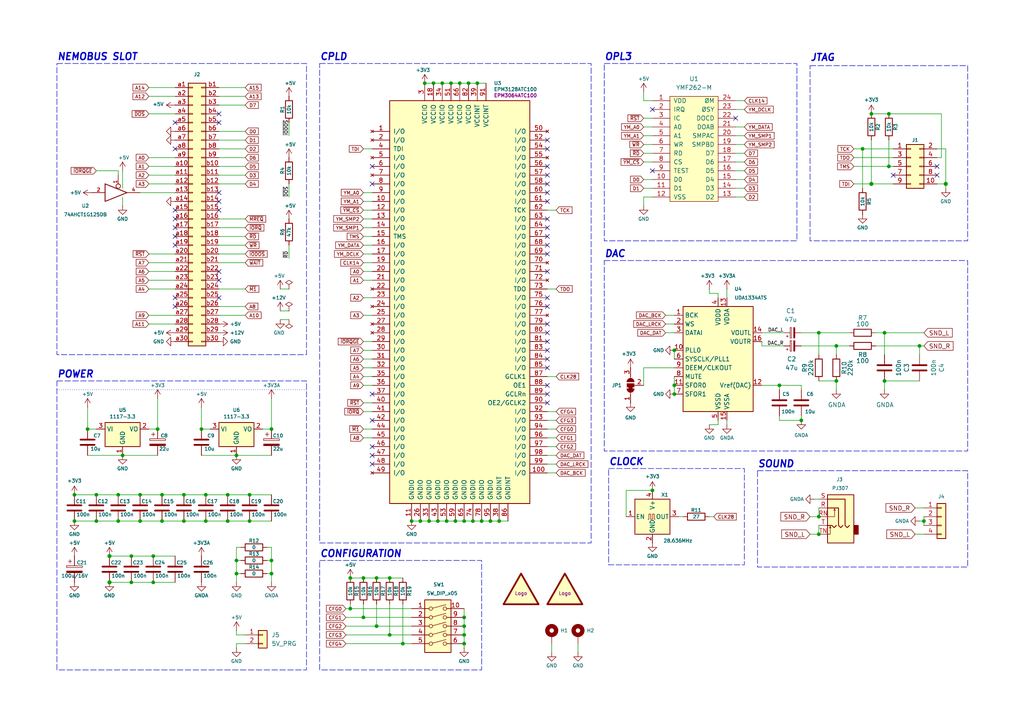
<source format=kicad_sch>
(kicad_sch (version 20250114) (generator "eeschema") (generator_version "9.0")
  (paper "A4")
  (title_block (title "Karabas-OPL3") (date "2025-07-25") (rev "A") (company "Andy Karpov") (comment 1 "Sound card for ZX Spectrum (NemoBus)"))
  (rectangle (start 175.26 75.565) (end 280.67 130.81) (stroke (width 0) (type dash)))
  (rectangle (start 219.71 136.525) (end 280.67 164.465) (stroke (width 0) (type dash)))
  (rectangle (start 176.53 135.89) (end 215.9 163.83) (stroke (width 0) (type dash)))
  (rectangle (start 92.71 162.56) (end 139.7 194.31) (stroke (width 0) (type dash)))
  (rectangle (start 16.51 110.49) (end 88.9 194.31) (stroke (width 0) (type dash)))
  (rectangle (start 234.95 19.05) (end 280.67 69.85) (stroke (width 0) (type dash)))
  (rectangle (start 92.71 18.415) (end 171.45 157.48) (stroke (width 0) (type dash)))
  (rectangle (start 175.26 18.415) (end 231.14 69.85) (stroke (width 0) (type dash)))
  (rectangle (start 16.51 18.415) (end 88.9 102.87) (stroke (width 0) (type dash)))
  (text "SOUND" (at 219.71 135.89 0) (effects (font (size 2 2) (thickness 0.4) (bold yes) (italic yes)) (justify left bottom)))
  (text "CPLD" (at 92.71 17.78 0) (effects (font (size 2 2) (thickness 0.4) (bold yes) (italic yes)) (justify left bottom)))
  (text "DAC" (at 175.26 74.93 0) (effects (font (size 2 2) (thickness 0.4) (bold yes) (italic yes)) (justify left bottom)))
  (text "CONFIGURATION" (at 92.71 161.925 0) (effects (font (size 2 2) (thickness 0.4) (bold yes) (italic yes)) (justify left bottom)))
  (text "OPL3" (at 175.26 17.78 0) (effects (font (size 2 2) (thickness 0.4) (bold yes) (italic yes)) (justify left bottom)))
  (text "JTAG" (at 234.95 18.034 0) (effects (font (size 2 2) (thickness 0.4) (bold yes) (italic yes)) (justify left bottom)))
  (text "POWER" (at 16.51 109.855 0) (effects (font (size 2 2) (thickness 0.4) (bold yes) (italic yes)) (justify left bottom)))
  (text "CLOCK" (at 176.53 135.255 0) (effects (font (size 2 2) (thickness 0.4) (bold yes) (italic yes)) (justify left bottom)))
  (text "NEMOBUS SLOT" (at 16.51 17.78 0) (effects (font (size 2 2) (thickness 0.4) (bold yes) (italic yes)) (justify left bottom)))
  (junction (at 72.39 151.13))
  (junction (at 31.75 168.91) (diameter 1.016))
  (junction (at 127 151.13))
  (junction (at 45.72 124.46))
  (junction (at 78.74 162.56))
  (junction (at 25.4 124.46))
  (junction (at 242.57 110.49))
  (junction (at 46.99 143.51))
  (junction (at 105.41 167.64))
  (junction (at 242.57 100.33))
  (junction (at 35.56 132.08))
  (junction (at 144.78 151.13))
  (junction (at 78.74 124.46))
  (junction (at 27.94 143.51))
  (junction (at 195.58 111.76))
  (junction (at 123.19 24.13))
  (junction (at 189.23 142.24))
  (junction (at 232.41 121.92))
  (junction (at 250.19 43.18))
  (junction (at 31.75 161.29) (diameter 1.016))
  (junction (at 274.32 53.34) (diameter 1.016))
  (junction (at 53.34 151.13))
  (junction (at 59.69 143.51))
  (junction (at 44.45 168.91))
  (junction (at 138.43 24.13))
  (junction (at 101.6 176.53))
  (junction (at 134.62 186.69))
  (junction (at 237.49 149.86))
  (junction (at 46.99 151.13))
  (junction (at 134.62 184.15))
  (junction (at 119.38 151.13))
  (junction (at 105.41 179.07))
  (junction (at 78.74 166.37))
  (junction (at 38.1 161.29))
  (junction (at 134.62 151.13))
  (junction (at 133.35 24.13))
  (junction (at 34.29 143.51))
  (junction (at 27.94 151.13))
  (junction (at 256.54 96.52))
  (junction (at 116.84 186.69))
  (junction (at 21.59 143.51))
  (junction (at 132.08 151.13))
  (junction (at 195.58 101.6))
  (junction (at 59.69 151.13))
  (junction (at 142.24 151.13))
  (junction (at 134.62 179.07))
  (junction (at 226.06 111.76))
  (junction (at 68.58 132.08))
  (junction (at 195.58 114.3))
  (junction (at 38.1 168.91))
  (junction (at 137.16 151.13))
  (junction (at 101.6 167.64))
  (junction (at 139.7 151.13))
  (junction (at 58.42 124.46))
  (junction (at 125.73 24.13))
  (junction (at 267.97 151.13))
  (junction (at 72.39 143.51))
  (junction (at 109.22 181.61))
  (junction (at 135.89 24.13))
  (junction (at 68.58 166.37))
  (junction (at 124.46 151.13))
  (junction (at 121.92 151.13))
  (junction (at 66.04 151.13))
  (junction (at 252.73 33.02))
  (junction (at 68.58 162.56))
  (junction (at 21.59 151.13))
  (junction (at 237.49 96.52))
  (junction (at 266.7 100.33))
  (junction (at 66.04 143.51))
  (junction (at 109.22 167.64))
  (junction (at 53.34 143.51))
  (junction (at 134.62 181.61))
  (junction (at 113.03 167.64))
  (junction (at 40.64 151.13))
  (junction (at 34.29 151.13))
  (junction (at 257.81 33.02))
  (junction (at 256.54 110.49))
  (junction (at 252.73 53.34) (diameter 1.016))
  (junction (at 40.64 143.51))
  (junction (at 128.27 24.13))
  (junction (at 237.49 154.94))
  (junction (at 44.45 161.29))
  (junction (at 113.03 184.15))
  (junction (at 130.81 24.13))
  (junction (at 257.81 48.26))
  (junction (at 129.54 151.13))
  (no_connect (at 63.5 60.96))
  (no_connect (at 158.75 96.52))
  (no_connect (at 259.08 50.8))
  (no_connect (at 158.75 53.34))
  (no_connect (at 63.5 55.88))
  (no_connect (at 63.5 58.42))
  (no_connect (at 158.75 101.6))
  (no_connect (at 158.75 40.64))
  (no_connect (at 50.8 71.12))
  (no_connect (at 158.75 55.88))
  (no_connect (at 158.75 63.5))
  (no_connect (at 63.5 86.36))
  (no_connect (at 107.95 134.62))
  (no_connect (at 213.36 34.29))
  (no_connect (at 63.5 35.56))
  (no_connect (at 63.5 33.02))
  (no_connect (at 50.8 60.96))
  (no_connect (at 107.95 129.54))
  (no_connect (at 158.75 86.36))
  (no_connect (at 158.75 43.18))
  (no_connect (at 271.78 50.8))
  (no_connect (at 158.75 78.74))
  (no_connect (at 158.75 116.84))
  (no_connect (at 189.23 49.53))
  (no_connect (at 63.5 81.28))
  (no_connect (at 158.75 99.06))
  (no_connect (at 158.75 58.42))
  (no_connect (at 50.8 63.5))
  (no_connect (at 50.8 68.58))
  (no_connect (at 158.75 71.12))
  (no_connect (at 158.75 50.8))
  (no_connect (at 158.75 66.04))
  (no_connect (at 50.8 35.56))
  (no_connect (at 158.75 114.3))
  (no_connect (at 107.95 132.08))
  (no_connect (at 158.75 111.76))
  (no_connect (at 107.95 48.26))
  (no_connect (at 63.5 78.74))
  (no_connect (at 158.75 68.58))
  (no_connect (at 50.8 66.04))
  (no_connect (at 50.8 86.36))
  (no_connect (at 271.78 48.26))
  (no_connect (at 158.75 88.9))
  (no_connect (at 107.95 121.92))
  (no_connect (at 107.95 114.3))
  (no_connect (at 158.75 104.14))
  (no_connect (at 107.95 53.34))
  (no_connect (at 158.75 93.98))
  (no_connect (at 158.75 73.66))
  (no_connect (at 158.75 48.26))
  (no_connect (at 50.8 88.9))
  (no_connect (at 189.23 31.75))
  (no_connect (at 50.8 43.18))
  (no_connect (at 158.75 106.68))
  (wire (pts (xy 53.34 143.51) (xy 59.69 143.51)))
  (wire (pts (xy 271.78 45.72) (xy 273.05 45.72)))
  (wire (pts (xy 46.99 143.51) (xy 53.34 143.51)))
  (wire (pts (xy 205.74 123.19) (xy 208.28 123.19)))
  (wire (pts (xy 34.29 151.13) (xy 40.64 151.13)))
  (wire (pts (xy 38.1 168.91) (xy 44.45 168.91)))
  (wire (pts (xy 105.41 86.36) (xy 107.95 86.36)))
  (wire (pts (xy 105.41 71.12) (xy 107.95 71.12)))
  (wire (pts (xy 271.78 53.34) (xy 274.32 53.34)))
  (wire (pts (xy 256.54 110.49) (xy 256.54 113.03)))
  (wire (pts (xy 105.41 109.22) (xy 107.95 109.22)))
  (wire (pts (xy 63.5 73.66) (xy 71.12 73.66)))
  (wire (pts (xy 63.5 71.12) (xy 71.12 71.12)))
  (wire (pts (xy 35.56 57.15) (xy 35.56 59.69)))
  (wire (pts (xy 213.36 31.75) (xy 215.9 31.75)))
  (wire (pts (xy 21.59 143.51) (xy 27.94 143.51)))
  (wire (pts (xy 63.5 30.48) (xy 71.12 30.48)))
  (wire (pts (xy 274.32 53.34) (xy 274.32 54.61)))
  (wire (pts (xy 105.41 78.74) (xy 107.95 78.74)))
  (wire (pts (xy 105.41 73.66) (xy 107.95 73.66)))
  (wire (pts (xy 195.58 101.6) (xy 195.58 104.14)))
  (wire (pts (xy 147.32 151.13) (xy 144.78 151.13)))
  (wire (pts (xy 83.82 35.56) (xy 83.82 39.37)))
  (wire (pts (xy 76.2 124.46) (xy 78.74 124.46)))
  (wire (pts (xy 220.98 96.52) (xy 227.33 96.52)))
  (wire (pts (xy 213.36 44.45) (xy 215.9 44.45)))
  (wire (pts (xy 134.62 181.61) (xy 134.62 179.07)))
  (wire (pts (xy 256.54 96.52) (xy 256.54 102.87)))
  (wire (pts (xy 213.36 46.99) (xy 215.9 46.99)))
  (wire (pts (xy 27.94 143.51) (xy 34.29 143.51)))
  (wire (pts (xy 213.36 57.15) (xy 215.9 57.15)))
  (wire (pts (xy 205.74 85.09) (xy 208.28 85.09)))
  (wire (pts (xy 43.18 93.98) (xy 50.8 93.98)))
  (wire (pts (xy 63.5 48.26) (xy 71.12 48.26)))
  (wire (pts (xy 63.5 76.2) (xy 71.12 76.2)))
  (wire (pts (xy 220.98 111.76) (xy 226.06 111.76)))
  (wire (pts (xy 256.54 96.52) (xy 267.97 96.52)))
  (wire (pts (xy 242.57 110.49) (xy 242.57 113.03)))
  (wire (pts (xy 105.41 127) (xy 107.95 127)))
  (wire (pts (xy 158.75 132.08) (xy 161.29 132.08)))
  (wire (pts (xy 134.62 179.07) (xy 134.62 176.53)))
  (wire (pts (xy 40.64 143.51) (xy 46.99 143.51)))
  (wire (pts (xy 116.84 186.69) (xy 119.38 186.69)))
  (wire (pts (xy 68.58 166.37) (xy 68.58 168.91)))
  (wire (pts (xy 105.41 119.38) (xy 107.95 119.38)))
  (wire (pts (xy 208.28 123.19) (xy 208.28 121.92)))
  (wire (pts (xy 109.22 168.91) (xy 109.22 167.64)))
  (wire (pts (xy 125.73 24.13) (xy 128.27 24.13)))
  (wire (pts (xy 116.84 175.26) (xy 116.84 186.69)))
  (wire (pts (xy 105.41 179.07) (xy 119.38 179.07)))
  (wire (pts (xy 232.41 96.52) (xy 237.49 96.52)))
  (wire (pts (xy 195.58 96.52) (xy 193.04 96.52)))
  (wire (pts (xy 66.04 143.51) (xy 72.39 143.51)))
  (wire (pts (xy 208.28 85.09) (xy 208.28 86.36)))
  (wire (pts (xy 34.29 49.53) (xy 34.29 50.8)))
  (wire (pts (xy 27.94 151.13) (xy 34.29 151.13)))
  (wire (pts (xy 247.65 53.34) (xy 252.73 53.34)))
  (wire (pts (xy 186.69 111.76) (xy 186.69 106.68)))
  (wire (pts (xy 77.47 162.56) (xy 78.74 162.56)))
  (wire (pts (xy 100.33 186.69) (xy 116.84 186.69)))
  (wire (pts (xy 134.62 186.69) (xy 134.62 187.96)))
  (wire (pts (xy 105.41 101.6) (xy 107.95 101.6)))
  (wire (pts (xy 247.65 43.18) (xy 250.19 43.18)))
  (wire (pts (xy 43.18 33.02) (xy 50.8 33.02)))
  (wire (pts (xy 105.41 58.42) (xy 107.95 58.42)))
  (wire (pts (xy 132.08 151.13) (xy 129.54 151.13)))
  (wire (pts (xy 66.04 151.13) (xy 72.39 151.13)))
  (wire (pts (xy 63.5 68.58) (xy 71.12 68.58)))
  (wire (pts (xy 45.72 115.57) (xy 45.72 124.46)))
  (wire (pts (xy 158.75 129.54) (xy 161.29 129.54)))
  (wire (pts (xy 234.95 149.86) (xy 237.49 149.86)))
  (wire (pts (xy 213.36 29.21) (xy 215.9 29.21)))
  (wire (pts (xy 186.69 29.21) (xy 189.23 29.21)))
  (wire (pts (xy 71.12 186.69) (xy 68.58 186.69)))
  (wire (pts (xy 266.7 151.13) (xy 267.97 151.13)))
  (wire (pts (xy 105.41 106.68) (xy 107.95 106.68)))
  (wire (pts (xy 130.81 24.13) (xy 133.35 24.13)))
  (wire (pts (xy 72.39 151.13) (xy 78.74 151.13)))
  (wire (pts (xy 43.18 53.34) (xy 50.8 53.34)))
  (wire (pts (xy 186.69 36.83) (xy 189.23 36.83)))
  (wire (pts (xy 78.74 162.56) (xy 78.74 166.37)))
  (wire (pts (xy 100.33 179.07) (xy 105.41 179.07)))
  (wire (pts (xy 237.49 96.52) (xy 237.49 102.87)))
  (wire (pts (xy 266.7 100.33) (xy 267.97 100.33)))
  (wire (pts (xy 237.49 96.52) (xy 246.38 96.52)))
  (wire (pts (xy 226.06 120.65) (xy 226.06 121.92)))
  (wire (pts (xy 226.06 111.76) (xy 232.41 111.76)))
  (wire (pts (xy 236.22 144.78) (xy 237.49 144.78)))
  (wire (pts (xy 43.18 76.2) (xy 50.8 76.2)))
  (wire (pts (xy 137.16 151.13) (xy 134.62 151.13)))
  (wire (pts (xy 213.36 39.37) (xy 215.9 39.37)))
  (wire (pts (xy 121.92 151.13) (xy 119.38 151.13)))
  (wire (pts (xy 186.69 34.29) (xy 189.23 34.29)))
  (wire (pts (xy 266.7 100.33) (xy 266.7 102.87)))
  (wire (pts (xy 105.41 104.14) (xy 107.95 104.14)))
  (wire (pts (xy 105.41 99.06) (xy 107.95 99.06)))
  (wire (pts (xy 265.43 147.32) (xy 267.97 147.32)))
  (wire (pts (xy 63.5 25.4) (xy 71.12 25.4)))
  (wire (pts (xy 252.73 40.64) (xy 252.73 53.34)))
  (wire (pts (xy 81.28 92.71) (xy 83.82 92.71)))
  (wire (pts (xy 186.69 54.61) (xy 189.23 54.61)))
  (wire (pts (xy 69.85 158.75) (xy 68.58 158.75)))
  (wire (pts (xy 181.61 142.24) (xy 181.61 149.86)))
  (wire (pts (xy 63.5 66.04) (xy 71.12 66.04)))
  (wire (pts (xy 31.75 161.29) (xy 38.1 161.29)))
  (wire (pts (xy 27.94 49.53) (xy 34.29 49.53)))
  (wire (pts (xy 113.03 168.91) (xy 113.03 167.64)))
  (wire (pts (xy 78.74 115.57) (xy 78.74 124.46)))
  (wire (pts (xy 158.75 137.16) (xy 161.29 137.16)))
  (wire (pts (xy 127 151.13) (xy 124.46 151.13)))
  (wire (pts (xy 186.69 46.99) (xy 189.23 46.99)))
  (wire (pts (xy 43.18 81.28) (xy 50.8 81.28)))
  (wire (pts (xy 81.28 90.17) (xy 83.82 90.17)))
  (wire (pts (xy 267.97 149.86) (xy 267.97 151.13)))
  (wire (pts (xy 38.1 161.29) (xy 44.45 161.29)))
  (wire (pts (xy 250.19 43.18) (xy 259.08 43.18)))
  (wire (pts (xy 158.75 121.92) (xy 161.29 121.92)))
  (wire (pts (xy 142.24 151.13) (xy 139.7 151.13)))
  (polyline (pts (xy 16.51 113.03) (xy 88.9 113.03)) (stroke (width 0) (type dot)))
  (wire (pts (xy 128.27 24.13) (xy 130.81 24.13)))
  (wire (pts (xy 43.18 27.94) (xy 50.8 27.94)))
  (wire (pts (xy 40.64 151.13) (xy 46.99 151.13)))
  (wire (pts (xy 274.32 43.18) (xy 274.32 53.34)))
  (wire (pts (xy 109.22 181.61) (xy 119.38 181.61)))
  (wire (pts (xy 25.4 132.08) (xy 35.56 132.08)))
  (wire (pts (xy 265.43 154.94) (xy 267.97 154.94)))
  (wire (pts (xy 68.58 158.75) (xy 68.58 162.56)))
  (wire (pts (xy 63.5 45.72) (xy 71.12 45.72)))
  (wire (pts (xy 105.41 66.04) (xy 107.95 66.04)))
  (wire (pts (xy 105.41 68.58) (xy 107.95 68.58)))
  (wire (pts (xy 210.82 123.19) (xy 210.82 121.92)))
  (wire (pts (xy 186.69 39.37) (xy 189.23 39.37)))
  (wire (pts (xy 134.62 184.15) (xy 134.62 181.61)))
  (wire (pts (xy 237.49 147.32) (xy 237.49 149.86)))
  (wire (pts (xy 220.98 100.33) (xy 227.33 100.33)))
  (wire (pts (xy 226.06 121.92) (xy 232.41 121.92)))
  (wire (pts (xy 232.41 100.33) (xy 242.57 100.33)))
  (wire (pts (xy 72.39 143.51) (xy 78.74 143.51)))
  (wire (pts (xy 158.75 134.62) (xy 161.29 134.62)))
  (wire (pts (xy 213.36 41.91) (xy 215.9 41.91)))
  (wire (pts (xy 198.12 149.86) (xy 196.85 149.86)))
  (wire (pts (xy 100.33 176.53) (xy 101.6 176.53)))
  (wire (pts (xy 43.18 91.44) (xy 50.8 91.44)))
  (wire (pts (xy 43.18 78.74) (xy 50.8 78.74)))
  (wire (pts (xy 83.82 71.12) (xy 83.82 74.93)))
  (wire (pts (xy 68.58 162.56) (xy 68.58 166.37)))
  (wire (pts (xy 158.75 109.22) (xy 161.29 109.22)))
  (wire (pts (xy 135.89 24.13) (xy 138.43 24.13)))
  (wire (pts (xy 226.06 111.76) (xy 226.06 113.03)))
  (wire (pts (xy 213.36 54.61) (xy 215.9 54.61)))
  (wire (pts (xy 63.5 27.94) (xy 71.12 27.94)))
  (wire (pts (xy 59.69 151.13) (xy 66.04 151.13)))
  (wire (pts (xy 186.69 44.45) (xy 189.23 44.45)))
  (wire (pts (xy 134.62 186.69) (xy 134.62 184.15)))
  (wire (pts (xy 195.58 91.44) (xy 193.04 91.44)))
  (wire (pts (xy 43.18 45.72) (xy 50.8 45.72)))
  (wire (pts (xy 63.5 63.5) (xy 71.12 63.5)))
  (wire (pts (xy 105.41 167.64) (xy 109.22 167.64)))
  (wire (pts (xy 129.54 151.13) (xy 127 151.13)))
  (wire (pts (xy 105.41 175.26) (xy 105.41 179.07)))
  (wire (pts (xy 210.82 83.82) (xy 210.82 86.36)))
  (wire (pts (xy 68.58 132.08) (xy 78.74 132.08)))
  (wire (pts (xy 123.19 24.13) (xy 125.73 24.13)))
  (wire (pts (xy 68.58 186.69) (xy 68.58 187.96)))
  (wire (pts (xy 186.69 26.67) (xy 186.69 29.21)))
  (wire (pts (xy 144.78 151.13) (xy 142.24 151.13)))
  (wire (pts (xy 189.23 57.15) (xy 186.69 57.15)))
  (wire (pts (xy 100.33 184.15) (xy 113.03 184.15)))
  (wire (pts (xy 78.74 166.37) (xy 78.74 168.91)))
  (wire (pts (xy 43.18 83.82) (xy 50.8 83.82)))
  (wire (pts (xy 101.6 168.91) (xy 101.6 167.64)))
  (wire (pts (xy 81.28 83.82) (xy 83.82 83.82)))
  (wire (pts (xy 83.82 53.34) (xy 83.82 57.15)))
  (wire (pts (xy 77.47 166.37) (xy 78.74 166.37)))
  (wire (pts (xy 105.41 43.18) (xy 107.95 43.18)))
  (wire (pts (xy 58.42 118.11) (xy 58.42 124.46)))
  (wire (pts (xy 133.35 24.13) (xy 135.89 24.13)))
  (wire (pts (xy 109.22 175.26) (xy 109.22 181.61)))
  (wire (pts (xy 43.18 50.8) (xy 50.8 50.8)))
  (wire (pts (xy 63.5 38.1) (xy 71.12 38.1)))
  (wire (pts (xy 105.41 116.84) (xy 107.95 116.84)))
  (wire (pts (xy 257.81 40.64) (xy 257.81 48.26)))
  (wire (pts (xy 252.73 53.34) (xy 259.08 53.34)))
  (wire (pts (xy 195.58 111.76) (xy 195.58 114.3)))
  (wire (pts (xy 158.75 119.38) (xy 161.29 119.38)))
  (wire (pts (xy 100.33 181.61) (xy 109.22 181.61)))
  (wire (pts (xy 237.49 152.4) (xy 237.49 154.94)))
  (wire (pts (xy 63.5 83.82) (xy 71.12 83.82)))
  (wire (pts (xy 160.02 186.69) (xy 160.02 189.23)))
  (wire (pts (xy 105.41 168.91) (xy 105.41 167.64)))
  (wire (pts (xy 158.75 60.96) (xy 161.29 60.96)))
  (wire (pts (xy 44.45 161.29) (xy 50.8 161.29)))
  (wire (pts (xy 34.29 143.51) (xy 40.64 143.51)))
  (wire (pts (xy 254 100.33) (xy 266.7 100.33)))
  (wire (pts (xy 124.46 151.13) (xy 121.92 151.13)))
  (wire (pts (xy 69.85 166.37) (xy 68.58 166.37)))
  (wire (pts (xy 271.78 43.18) (xy 274.32 43.18)))
  (wire (pts (xy 186.69 57.15) (xy 186.69 59.69)))
  (wire (pts (xy 63.5 91.44) (xy 71.12 91.44)))
  (wire (pts (xy 189.23 142.24) (xy 181.61 142.24)))
  (wire (pts (xy 31.75 168.91) (xy 38.1 168.91)))
  (wire (pts (xy 213.36 36.83) (xy 215.9 36.83)))
  (wire (pts (xy 134.62 151.13) (xy 132.08 151.13)))
  (wire (pts (xy 242.57 100.33) (xy 242.57 102.87)))
  (wire (pts (xy 25.4 118.11) (xy 25.4 124.46)))
  (wire (pts (xy 232.41 120.65) (xy 232.41 121.92)))
  (wire (pts (xy 78.74 158.75) (xy 78.74 162.56)))
  (wire (pts (xy 77.47 158.75) (xy 78.74 158.75)))
  (wire (pts (xy 46.99 151.13) (xy 53.34 151.13)))
  (wire (pts (xy 105.41 76.2) (xy 107.95 76.2)))
  (wire (pts (xy 205.74 149.86) (xy 207.01 149.86)))
  (wire (pts (xy 105.41 60.96) (xy 107.95 60.96)))
  (wire (pts (xy 252.73 33.02) (xy 257.81 33.02)))
  (wire (pts (xy 105.41 111.76) (xy 107.95 111.76)))
  (wire (pts (xy 63.5 53.34) (xy 71.12 53.34)))
  (wire (pts (xy 234.95 154.94) (xy 237.49 154.94)))
  (wire (pts (xy 71.12 184.15) (xy 68.58 184.15)))
  (wire (pts (xy 101.6 176.53) (xy 119.38 176.53)))
  (wire (pts (xy 44.45 168.91) (xy 50.8 168.91)))
  (wire (pts (xy 35.56 132.08) (xy 45.72 132.08)))
  (wire (pts (xy 138.43 24.13) (xy 140.97 24.13)))
  (wire (pts (xy 139.7 151.13) (xy 137.16 151.13)))
  (wire (pts (xy 21.59 151.13) (xy 27.94 151.13)))
  (wire (pts (xy 195.58 93.98) (xy 193.04 93.98)))
  (wire (pts (xy 254 96.52) (xy 256.54 96.52)))
  (wire (pts (xy 58.42 124.46) (xy 60.96 124.46)))
  (wire (pts (xy 205.74 83.82) (xy 205.74 85.09)))
  (wire (pts (xy 267.97 151.13) (xy 267.97 152.4)))
  (wire (pts (xy 247.65 45.72) (xy 259.08 45.72)))
  (wire (pts (xy 158.75 127) (xy 161.29 127)))
  (wire (pts (xy 242.57 100.33) (xy 246.38 100.33)))
  (wire (pts (xy 43.18 124.46) (xy 45.72 124.46)))
  (wire (pts (xy 105.41 124.46) (xy 107.95 124.46)))
  (wire (pts (xy 101.6 167.64) (xy 105.41 167.64)))
  (wire (pts (xy 105.41 91.44) (xy 107.95 91.44)))
  (wire (pts (xy 35.56 49.53) (xy 35.56 54.61)))
  (wire (pts (xy 167.64 186.69) (xy 167.64 189.23)))
  (wire (pts (xy 113.03 175.26) (xy 113.03 184.15)))
  (wire (pts (xy 40.64 55.88) (xy 50.8 55.88)))
  (wire (pts (xy 257.81 48.26) (xy 259.08 48.26)))
  (wire (pts (xy 105.41 81.28) (xy 107.95 81.28)))
  (wire (pts (xy 43.18 73.66) (xy 50.8 73.66)))
  (wire (pts (xy 220.98 100.33) (xy 220.98 99.06)))
  (wire (pts (xy 63.5 88.9) (xy 71.12 88.9)))
  (wire (pts (xy 186.69 41.91) (xy 189.23 41.91)))
  (wire (pts (xy 232.41 111.76) (xy 232.41 113.03)))
  (wire (pts (xy 186.69 52.07) (xy 189.23 52.07)))
  (wire (pts (xy 247.65 48.26) (xy 257.81 48.26)))
  (wire (pts (xy 186.69 106.68) (xy 195.58 106.68)))
  (wire (pts (xy 101.6 175.26) (xy 101.6 176.53)))
  (wire (pts (xy 158.75 83.82) (xy 161.29 83.82)))
  (wire (pts (xy 250.19 54.61) (xy 250.19 43.18)))
  (wire (pts (xy 257.81 33.02) (xy 273.05 33.02)))
  (wire (pts (xy 63.5 40.64) (xy 71.12 40.64)))
  (wire (pts (xy 43.18 48.26) (xy 50.8 48.26)))
  (wire (pts (xy 256.54 110.49) (xy 266.7 110.49)))
  (wire (pts (xy 58.42 132.08) (xy 68.58 132.08)))
  (wire (pts (xy 63.5 43.18) (xy 71.12 43.18)))
  (wire (pts (xy 213.36 52.07) (xy 215.9 52.07)))
  (wire (pts (xy 105.41 63.5) (xy 107.95 63.5)))
  (wire (pts (xy 237.49 110.49) (xy 242.57 110.49)))
  (wire (pts (xy 109.22 167.64) (xy 113.03 167.64)))
  (wire (pts (xy 113.03 184.15) (xy 119.38 184.15)))
  (wire (pts (xy 53.34 151.13) (xy 59.69 151.13)))
  (wire (pts (xy 105.41 55.88) (xy 107.95 55.88)))
  (wire (pts (xy 69.85 162.56) (xy 68.58 162.56)))
  (wire (pts (xy 158.75 124.46) (xy 161.29 124.46)))
  (wire (pts (xy 68.58 184.15) (xy 68.58 182.88)))
  (wire (pts (xy 43.18 25.4) (xy 50.8 25.4)))
  (wire (pts (xy 213.36 49.53) (xy 215.9 49.53)))
  (wire (pts (xy 273.05 33.02) (xy 273.05 45.72)))
  (wire (pts (xy 63.5 50.8) (xy 71.12 50.8)))
  (wire (pts (xy 59.69 143.51) (xy 66.04 143.51)))
  (wire (pts (xy 113.03 167.64) (xy 116.84 167.64)))
  (wire (pts (xy 25.4 124.46) (xy 27.94 124.46)))
  (wire (pts (xy 195.58 109.22) (xy 195.58 111.76)))
  (label "DAC_L" (at 227.33 96.52 180) (effects (font (size 1 1))))
  (label "~{RD}" (at 83.82 74.93 90) (effects (font (size 0.9906 0.9906))))
  (label "~{DOS}" (at 83.82 57.15 90) (effects (font (size 0.9906 0.9906))))
  (label "DAC_R" (at 227.33 100.33 180) (effects (font (size 1 1))))
  (label "~{IODOS}" (at 83.82 39.37 90) (effects (font (size 0.9906 0.9906))))
  (global_label "A1" (shape input) (at 105.41 81.28 180) (effects (font (size 0.9906 0.9906))) (property "Intersheetrefs" "${INTERSHEET_REFS}" (effects (hide yes))))
  (global_label "D7" (shape input) (at 215.9 44.45 0) (effects (font (size 0.9906 0.9906))) (property "Intersheetrefs" "${INTERSHEET_REFS}" (effects (hide yes))))
  (global_label "TCK" (shape input) (at 247.65 43.18 180) (effects (font (size 0.9906 0.9906))) (property "Intersheetrefs" "${INTERSHEET_REFS}" (effects (hide yes))))
  (global_label "A7" (shape input) (at 105.41 101.6 180) (effects (font (size 0.9906 0.9906))) (property "Intersheetrefs" "${INTERSHEET_REFS}" (effects (hide yes))))
  (global_label "A1" (shape input) (at 43.18 48.26 180) (effects (font (size 0.9906 0.9906))) (property "Intersheetrefs" "${INTERSHEET_REFS}" (effects (hide yes))))
  (global_label "D4" (shape input) (at 71.12 53.34 0) (effects (font (size 0.9906 0.9906))) (property "Intersheetrefs" "${INTERSHEET_REFS}" (effects (hide yes))))
  (global_label "D2" (shape input) (at 71.12 43.18 0) (effects (font (size 0.9906 0.9906))) (property "Intersheetrefs" "${INTERSHEET_REFS}" (effects (hide yes))))
  (global_label "A0" (shape input) (at 43.18 45.72 180) (effects (font (size 0.9906 0.9906))) (property "Intersheetrefs" "${INTERSHEET_REFS}" (effects (hide yes))))
  (global_label "A9" (shape input) (at 43.18 91.44 180) (effects (font (size 0.9906 0.9906))) (property "Intersheetrefs" "${INTERSHEET_REFS}" (effects (hide yes))))
  (global_label "DAC_LRCK" (shape input) (at 193.04 93.98 180) (effects (font (size 0.9906 0.9906))) (property "Intersheetrefs" "${INTERSHEET_REFS}" (effects (hide yes))))
  (global_label "DAC_LRCK" (shape input) (at 161.29 134.62 0) (effects (font (size 0.9906 0.9906))) (property "Intersheetrefs" "${INTERSHEET_REFS}" (effects (hide yes))))
  (global_label "D2" (shape input) (at 215.9 57.15 0) (effects (font (size 0.9906 0.9906))) (property "Intersheetrefs" "${INTERSHEET_REFS}" (effects (hide yes))))
  (global_label "~{WR}" (shape input) (at 71.12 71.12 0) (effects (font (size 0.9906 0.9906))) (property "Intersheetrefs" "${INTERSHEET_REFS}" (effects (hide yes))))
  (global_label "~{IORQ}" (shape input) (at 105.41 119.38 180) (effects (font (size 0.9906 0.9906))) (property "Intersheetrefs" "${INTERSHEET_REFS}" (effects (hide yes))))
  (global_label "A8" (shape input) (at 71.12 88.9 0) (effects (font (size 0.9906 0.9906))) (property "Intersheetrefs" "${INTERSHEET_REFS}" (effects (hide yes))))
  (global_label "CFG0" (shape input) (at 161.29 124.46 0) (effects (font (size 0.9906 0.9906))) (property "Intersheetrefs" "${INTERSHEET_REFS}" (effects (hide yes))))
  (global_label "TMS" (shape input) (at 105.41 68.58 180) (effects (font (size 0.9906 0.9906))) (property "Intersheetrefs" "${INTERSHEET_REFS}" (effects (hide yes))))
  (global_label "A11" (shape input) (at 43.18 93.98 180) (effects (font (size 0.9906 0.9906))) (property "Intersheetrefs" "${INTERSHEET_REFS}" (effects (hide yes))))
  (global_label "D6" (shape input) (at 71.12 45.72 0) (effects (font (size 0.9906 0.9906))) (property "Intersheetrefs" "${INTERSHEET_REFS}" (effects (hide yes))))
  (global_label "A10" (shape input) (at 71.12 91.44 0) (effects (font (size 0.9906 0.9906))) (property "Intersheetrefs" "${INTERSHEET_REFS}" (effects (hide yes))))
  (global_label "D3" (shape input) (at 215.9 54.61 0) (effects (font (size 0.9906 0.9906))) (property "Intersheetrefs" "${INTERSHEET_REFS}" (effects (hide yes))))
  (global_label "D6" (shape input) (at 215.9 46.99 0) (effects (font (size 0.9906 0.9906))) (property "Intersheetrefs" "${INTERSHEET_REFS}" (effects (hide yes))))
  (global_label "YM_SMP1" (shape input) (at 215.9 39.37 0) (effects (font (size 0.9906 0.9906))) (property "Intersheetrefs" "${INTERSHEET_REFS}" (effects (hide yes))))
  (global_label "TMS" (shape input) (at 247.65 48.26 180) (effects (font (size 0.9906 0.9906))) (property "Intersheetrefs" "${INTERSHEET_REFS}" (effects (hide yes))))
  (global_label "A15" (shape input) (at 71.12 25.4 0) (effects (font (size 0.9906 0.9906))) (property "Intersheetrefs" "${INTERSHEET_REFS}" (effects (hide yes))))
  (global_label "A2" (shape input) (at 105.41 86.36 180) (effects (font (size 0.9906 0.9906))) (property "Intersheetrefs" "${INTERSHEET_REFS}" (effects (hide yes))))
  (global_label "A5" (shape input) (at 105.41 106.68 180) (effects (font (size 0.9906 0.9906))) (property "Intersheetrefs" "${INTERSHEET_REFS}" (effects (hide yes))))
  (global_label "A6" (shape input) (at 105.41 104.14 180) (effects (font (size 0.9906 0.9906))) (property "Intersheetrefs" "${INTERSHEET_REFS}" (effects (hide yes))))
  (global_label "YM_SMP2" (shape input) (at 215.9 41.91 0) (effects (font (size 0.9906 0.9906))) (property "Intersheetrefs" "${INTERSHEET_REFS}" (effects (hide yes))))
  (global_label "D1" (shape input) (at 71.12 40.64 0) (effects (font (size 0.9906 0.9906))) (property "Intersheetrefs" "${INTERSHEET_REFS}" (effects (hide yes))))
  (global_label "~{RD}" (shape input) (at 71.12 68.58 0) (effects (font (size 0.9906 0.9906))) (property "Intersheetrefs" "${INTERSHEET_REFS}" (effects (hide yes))))
  (global_label "A3" (shape input) (at 105.41 91.44 180) (effects (font (size 0.9906 0.9906))) (property "Intersheetrefs" "${INTERSHEET_REFS}" (effects (hide yes))))
  (global_label "D4" (shape input) (at 215.9 52.07 0) (effects (font (size 0.9906 0.9906))) (property "Intersheetrefs" "${INTERSHEET_REFS}" (effects (hide yes))))
  (global_label "YM_DATA" (shape input) (at 105.41 71.12 180) (effects (font (size 0.9906 0.9906))) (property "Intersheetrefs" "${INTERSHEET_REFS}" (effects (hide yes))))
  (global_label "DAC_BCK" (shape input) (at 161.29 137.16 0) (effects (font (size 0.9906 0.9906))) (property "Intersheetrefs" "${INTERSHEET_REFS}" (effects (hide yes))))
  (global_label "D5" (shape input) (at 71.12 48.26 0) (effects (font (size 0.9906 0.9906))) (property "Intersheetrefs" "${INTERSHEET_REFS}" (effects (hide yes))))
  (global_label "TDI" (shape input) (at 105.41 43.18 180) (effects (font (size 0.9906 0.9906))) (property "Intersheetrefs" "${INTERSHEET_REFS}" (effects (hide yes))))
  (global_label "TDO" (shape input) (at 247.65 45.72 180) (effects (font (size 0.9906 0.9906))) (property "Intersheetrefs" "${INTERSHEET_REFS}" (effects (hide yes))))
  (global_label "YM_SMP2" (shape input) (at 105.41 63.5 180) (effects (font (size 0.9906 0.9906))) (property "Intersheetrefs" "${INTERSHEET_REFS}" (effects (hide yes))))
  (global_label "~{RST}" (shape input) (at 105.41 116.84 180) (effects (font (size 0.9906 0.9906))) (property "Intersheetrefs" "${INTERSHEET_REFS}" (effects (hide yes))))
  (global_label "~{RD}" (shape input) (at 186.69 44.45 180) (effects (font (size 0.9906 0.9906))) (property "Intersheetrefs" "${INTERSHEET_REFS}" (effects (hide yes))))
  (global_label "A4" (shape input) (at 43.18 83.82 180) (effects (font (size 0.9906 0.9906))) (property "Intersheetrefs" "${INTERSHEET_REFS}" (effects (hide yes))))
  (global_label "A3" (shape input) (at 43.18 53.34 180) (effects (font (size 0.9906 0.9906))) (property "Intersheetrefs" "${INTERSHEET_REFS}" (effects (hide yes))))
  (global_label "A8" (shape input) (at 105.41 127 180) (effects (font (size 0.9906 0.9906))) (property "Intersheetrefs" "${INTERSHEET_REFS}" (effects (hide yes))))
  (global_label "CFG2" (shape input) (at 100.33 181.61 180) (effects (font (size 0.9906 0.9906))) (property "Intersheetrefs" "${INTERSHEET_REFS}" (effects (hide yes))))
  (global_label "YM_A1" (shape input) (at 105.41 58.42 180) (effects (font (size 0.9906 0.9906))) (property "Intersheetrefs" "${INTERSHEET_REFS}" (effects (hide yes))))
  (global_label "~{IORQ}" (shape input) (at 71.12 66.04 0) (effects (font (size 0.9906 0.9906))) (property "Intersheetrefs" "${INTERSHEET_REFS}" (effects (hide yes))))
  (global_label "YM_DATA" (shape input) (at 215.9 36.83 0) (effects (font (size 0.9906 0.9906))) (property "Intersheetrefs" "${INTERSHEET_REFS}" (effects (hide yes))))
  (global_label "D0" (shape input) (at 186.69 52.07 180) (effects (font (size 0.9906 0.9906))) (property "Intersheetrefs" "${INTERSHEET_REFS}" (effects (hide yes))))
  (global_label "A0" (shape input) (at 105.41 78.74 180) (effects (font (size 0.9906 0.9906))) (property "Intersheetrefs" "${INTERSHEET_REFS}" (effects (hide yes))))
  (global_label "CFG1" (shape input) (at 161.29 127 0) (effects (font (size 0.9906 0.9906))) (property "Intersheetrefs" "${INTERSHEET_REFS}" (effects (hide yes))))
  (global_label "CLK14" (shape input) (at 215.9 29.21 0) (effects (font (size 0.9906 0.9906))) (property "Intersheetrefs" "${INTERSHEET_REFS}" (effects (hide yes))))
  (global_label "~{IORQGE}" (shape input) (at 27.94 49.53 180) (effects (font (size 0.9906 0.9906))) (property "Intersheetrefs" "${INTERSHEET_REFS}" (effects (hide yes))))
  (global_label "SND_L" (shape input) (at 267.97 96.52 0) (property "Intersheetrefs" "${INTERSHEET_REFS}" (effects (hide yes))))
  (global_label "CFG0" (shape input) (at 100.33 176.53 180) (effects (font (size 0.9906 0.9906))) (property "Intersheetrefs" "${INTERSHEET_REFS}" (effects (hide yes))))
  (global_label "~{RST}" (shape input) (at 43.18 73.66 180) (effects (font (size 0.9906 0.9906))) (property "Intersheetrefs" "${INTERSHEET_REFS}" (effects (hide yes))))
  (global_label "YM_SMP1" (shape input) (at 105.41 66.04 180) (effects (font (size 0.9906 0.9906))) (property "Intersheetrefs" "${INTERSHEET_REFS}" (effects (hide yes))))
  (global_label "CFG4" (shape input) (at 161.29 119.38 0) (effects (font (size 0.9906 0.9906))) (property "Intersheetrefs" "${INTERSHEET_REFS}" (effects (hide yes))))
  (global_label "CLK28" (shape input) (at 207.01 149.86 0) (effects (font (size 0.9906 0.9906))) (property "Intersheetrefs" "${INTERSHEET_REFS}" (effects (hide yes))))
  (global_label "SND_R" (shape input) (at 234.95 149.86 180) (property "Intersheetrefs" "${INTERSHEET_REFS}" (effects (hide yes))))
  (global_label "~{DOS}" (shape input) (at 43.18 33.02 180) (effects (font (size 0.9906 0.9906))) (property "Intersheetrefs" "${INTERSHEET_REFS}" (effects (hide yes))))
  (global_label "YM_A1" (shape input) (at 186.69 39.37 180) (effects (font (size 0.9906 0.9906))) (property "Intersheetrefs" "${INTERSHEET_REFS}" (effects (hide yes))))
  (global_label "~{M1}" (shape input) (at 71.12 83.82 0) (effects (font (size 0.9906 0.9906))) (property "Intersheetrefs" "${INTERSHEET_REFS}" (effects (hide yes))))
  (global_label "~{WAIT}" (shape input) (at 71.12 76.2 0) (effects (font (size 0.9906 0.9906))) (property "Intersheetrefs" "${INTERSHEET_REFS}" (effects (hide yes))))
  (global_label "CFG1" (shape input) (at 100.33 179.07 180) (effects (font (size 0.9906 0.9906))) (property "Intersheetrefs" "${INTERSHEET_REFS}" (effects (hide yes))))
  (global_label "SND_R" (shape input) (at 267.97 100.33 0) (property "Intersheetrefs" "${INTERSHEET_REFS}" (effects (hide yes))))
  (global_label "YM_DCLK" (shape input) (at 215.9 31.75 0) (effects (font (size 0.9906 0.9906))) (property "Intersheetrefs" "${INTERSHEET_REFS}" (effects (hide yes))))
  (global_label "A12" (shape input) (at 43.18 27.94 180) (effects (font (size 0.9906 0.9906))) (property "Intersheetrefs" "${INTERSHEET_REFS}" (effects (hide yes))))
  (global_label "~{M1}" (shape input) (at 105.41 124.46 180) (effects (font (size 0.9906 0.9906))) (property "Intersheetrefs" "${INTERSHEET_REFS}" (effects (hide yes))))
  (global_label "YM_A0" (shape input) (at 186.69 36.83 180) (effects (font (size 0.9906 0.9906))) (property "Intersheetrefs" "${INTERSHEET_REFS}" (effects (hide yes))))
  (global_label "D5" (shape input) (at 215.9 49.53 0) (effects (font (size 0.9906 0.9906))) (property "Intersheetrefs" "${INTERSHEET_REFS}" (effects (hide yes))))
  (global_label "A7" (shape input) (at 43.18 76.2 180) (effects (font (size 0.9906 0.9906))) (property "Intersheetrefs" "${INTERSHEET_REFS}" (effects (hide yes))))
  (global_label "CFG2" (shape input) (at 161.29 129.54 0) (effects (font (size 0.9906 0.9906))) (property "Intersheetrefs" "${INTERSHEET_REFS}" (effects (hide yes))))
  (global_label "~{YM_CS}" (shape input) (at 186.69 46.99 180) (effects (font (size 0.9906 0.9906))) (property "Intersheetrefs" "${INTERSHEET_REFS}" (effects (hide yes))))
  (global_label "~{MREQ}" (shape input) (at 71.12 63.5 0) (effects (font (size 0.9906 0.9906))) (property "Intersheetrefs" "${INTERSHEET_REFS}" (effects (hide yes))))
  (global_label "CFG3" (shape input) (at 161.29 121.92 0) (effects (font (size 0.9906 0.9906))) (property "Intersheetrefs" "${INTERSHEET_REFS}" (effects (hide yes))))
  (global_label "~{RST}" (shape input) (at 186.69 34.29 180) (effects (font (size 0.9906 0.9906))) (property "Intersheetrefs" "${INTERSHEET_REFS}" (effects (hide yes))))
  (global_label "D7" (shape input) (at 71.12 30.48 0) (effects (font (size 0.9906 0.9906))) (property "Intersheetrefs" "${INTERSHEET_REFS}" (effects (hide yes))))
  (global_label "SND_L" (shape input) (at 234.95 154.94 180) (property "Intersheetrefs" "${INTERSHEET_REFS}" (effects (hide yes))))
  (global_label "D0" (shape input) (at 71.12 38.1 0) (effects (font (size 0.9906 0.9906))) (property "Intersheetrefs" "${INTERSHEET_REFS}" (effects (hide yes))))
  (global_label "CLK14" (shape input) (at 105.41 76.2 180) (effects (font (size 0.9906 0.9906))) (property "Intersheetrefs" "${INTERSHEET_REFS}" (effects (hide yes))))
  (global_label "A2" (shape input) (at 43.18 50.8 180) (effects (font (size 0.9906 0.9906))) (property "Intersheetrefs" "${INTERSHEET_REFS}" (effects (hide yes))))
  (global_label "TDO" (shape input) (at 161.29 83.82 0) (effects (font (size 0.9906 0.9906))) (property "Intersheetrefs" "${INTERSHEET_REFS}" (effects (hide yes))))
  (global_label "DAC_BCK" (shape input) (at 193.04 91.44 180) (effects (font (size 0.9906 0.9906))) (property "Intersheetrefs" "${INTERSHEET_REFS}" (effects (hide yes))))
  (global_label "DAC_DAT" (shape input) (at 193.04 96.52 180) (effects (font (size 0.9906 0.9906))) (property "Intersheetrefs" "${INTERSHEET_REFS}" (effects (hide yes))))
  (global_label "SND_L" (shape input) (at 265.43 154.94 180) (property "Intersheetrefs" "${INTERSHEET_REFS}" (effects (hide yes))))
  (global_label "~{WR}" (shape input) (at 186.69 41.91 180) (effects (font (size 0.9906 0.9906))) (property "Intersheetrefs" "${INTERSHEET_REFS}" (effects (hide yes))))
  (global_label "A4" (shape input) (at 105.41 109.22 180) (effects (font (size 0.9906 0.9906))) (property "Intersheetrefs" "${INTERSHEET_REFS}" (effects (hide yes))))
  (global_label "~{IORQGE}" (shape input) (at 105.41 99.06 180) (effects (font (size 0.9906 0.9906))) (property "Intersheetrefs" "${INTERSHEET_REFS}" (effects (hide yes))))
  (global_label "SND_R" (shape input) (at 265.43 147.32 180) (property "Intersheetrefs" "${INTERSHEET_REFS}" (effects (hide yes))))
  (global_label "A6" (shape input) (at 43.18 78.74 180) (effects (font (size 0.9906 0.9906))) (property "Intersheetrefs" "${INTERSHEET_REFS}" (effects (hide yes))))
  (global_label "DAC_DAT" (shape input) (at 161.29 132.08 0) (effects (font (size 0.9906 0.9906))) (property "Intersheetrefs" "${INTERSHEET_REFS}" (effects (hide yes))))
  (global_label "A13" (shape input) (at 71.12 27.94 0) (effects (font (size 0.9906 0.9906))) (property "Intersheetrefs" "${INTERSHEET_REFS}" (effects (hide yes))))
  (global_label "YM_DCLK" (shape input) (at 105.41 73.66 180) (effects (font (size 0.9906 0.9906))) (property "Intersheetrefs" "${INTERSHEET_REFS}" (effects (hide yes))))
  (global_label "TDI" (shape input) (at 247.65 53.34 180) (effects (font (size 0.9906 0.9906))) (property "Intersheetrefs" "${INTERSHEET_REFS}" (effects (hide yes))))
  (global_label "CLK28" (shape input) (at 161.29 109.22 0) (effects (font (size 0.9906 0.9906))) (property "Intersheetrefs" "${INTERSHEET_REFS}" (effects (hide yes))))
  (global_label "A14" (shape input) (at 43.18 25.4 180) (effects (font (size 0.9906 0.9906))) (property "Intersheetrefs" "${INTERSHEET_REFS}" (effects (hide yes))))
  (global_label "~{IODOS}" (shape input) (at 71.12 73.66 0) (effects (font (size 0.9906 0.9906))) (property "Intersheetrefs" "${INTERSHEET_REFS}" (effects (hide yes))))
  (global_label "TCK" (shape input) (at 161.29 60.96 0) (effects (font (size 0.9906 0.9906))) (property "Intersheetrefs" "${INTERSHEET_REFS}" (effects (hide yes))))
  (global_label "D3" (shape input) (at 71.12 50.8 0) (effects (font (size 0.9906 0.9906))) (property "Intersheetrefs" "${INTERSHEET_REFS}" (effects (hide yes))))
  (global_label "CFG3" (shape input) (at 100.33 184.15 180) (effects (font (size 0.9906 0.9906))) (property "Intersheetrefs" "${INTERSHEET_REFS}" (effects (hide yes))))
  (global_label "A5" (shape input) (at 43.18 81.28 180) (effects (font (size 0.9906 0.9906))) (property "Intersheetrefs" "${INTERSHEET_REFS}" (effects (hide yes))))
  (global_label "D1" (shape input) (at 186.69 54.61 180) (effects (font (size 0.9906 0.9906))) (property "Intersheetrefs" "${INTERSHEET_REFS}" (effects (hide yes))))
  (global_label "CFG4" (shape input) (at 100.33 186.69 180) (effects (font (size 0.9906 0.9906))) (property "Intersheetrefs" "${INTERSHEET_REFS}" (effects (hide yes))))
  (global_label "~{YM_CS}" (shape input) (at 105.41 60.96 180) (effects (font (size 0.9906 0.9906))) (property "Intersheetrefs" "${INTERSHEET_REFS}" (effects (hide yes))))
  (global_label "YM_A0" (shape input) (at 105.41 55.88 180) (effects (font (size 0.9906 0.9906))) (property "Intersheetrefs" "${INTERSHEET_REFS}" (effects (hide yes))))
  (global_label "A9" (shape input) (at 105.41 111.76 180) (effects (font (size 0.9906 0.9906))) (property "Intersheetrefs" "${INTERSHEET_REFS}" (effects (hide yes))))
  (symbol (lib_id "power:+5V") (at 25.4 118.11 0) (unit 1)
    (property "Reference" "#PWR035" (effects (hide yes)))
    (property "Value" "+5V" (at 25.4 114.3 0) (effects (font (size 1 1))))
    (property "Description" "Power symbol creates a global label with name \"+5V\"" (effects (hide yes)))
  )
  (symbol (lib_id "Connector_Generic:Conn_02x05_Odd_Even") (at 264.16 48.26 0) (unit 1)
    (property "Reference" "J1" (at 265.43 40.64 0) (effects (font (size 1 1))))
    (property "Value" "Conn_02x05_Odd_Even" (effects (hide yes)))
    (property "Footprint" "Connector_PinHeader_2.54mm:PinHeader_2x05_P2.54mm_Vertical" (effects (hide yes)))
    (property "Desc" "JTAG" (effects (hide yes)))
  )
  (symbol (lib_id "power:+5V") (at 31.75 161.29 0) (unit 1)
    (property "Reference" "#PWR050" (effects (hide yes)))
    (property "Value" "+5V" (at 31.75 157.48 0) (effects (font (size 1 1))))
    (property "Description" "Power symbol creates a global label with name \"+5V\"" (effects (hide yes)))
  )
  (symbol (lib_id "Device:C") (at 38.1 165.1 180) (unit 1)
    (property "Reference" "C23" (at 40.005 163.195 0) (effects (font (size 1 1))))
    (property "Value" "100n" (at 40.64 167.005 0) (effects (font (size 1 1))))
    (property "Footprint" "Capacitor_SMD:C_0805_2012Metric_Pad1.18x1.45mm_HandSolder" (effects (hide yes)))
  )
  (symbol (lib_id "my:logo") (at 163.83 170.18 0) (unit 1) (in_bom no)
    (property "Reference" "LOGO2" (effects (hide yes)))
    (property "Value" "graphic" (effects (hide yes)))
    (property "Footprint" "footprints:andy_karpov_logo4_silk" (effects (hide yes)))
    (property "Desc" "Logo" (at 163.83 172.085 0) (effects (font (size 0.9906 0.9906))))
  )
  (symbol (lib_id "Device:C") (at 34.29 147.32 0) (mirror y) (unit 1)
    (property "Reference" "C13" (at 36.195 145.415 0) (effects (font (size 1 1))))
    (property "Value" "100n" (at 36.83 149.225 0) (effects (font (size 1 1))))
    (property "Footprint" "Capacitor_SMD:C_0805_2012Metric_Pad1.18x1.45mm_HandSolder" (effects (hide yes)))
  )
  (symbol (lib_id "Device:C") (at 40.64 147.32 0) (mirror y) (unit 1)
    (property "Reference" "C14" (at 42.545 145.415 0) (effects (font (size 1 1))))
    (property "Value" "100n" (at 43.18 149.225 0) (effects (font (size 1 1))))
    (property "Footprint" "Capacitor_SMD:C_0805_2012Metric_Pad1.18x1.45mm_HandSolder" (effects (hide yes)))
  )
  (symbol (lib_id "Device:C") (at 46.99 147.32 0) (mirror y) (unit 1)
    (property "Reference" "C15" (at 48.895 145.415 0) (effects (font (size 1 1))))
    (property "Value" "100n" (at 49.53 149.225 0) (effects (font (size 1 1))))
    (property "Footprint" "Capacitor_SMD:C_0805_2012Metric_Pad1.18x1.45mm_HandSolder" (effects (hide yes)))
  )
  (symbol (lib_id "Device:R") (at 252.73 36.83 0) (mirror x) (unit 1)
    (property "Reference" "R2" (at 254.635 36.83 90) (effects (font (size 1 1))))
    (property "Value" "10k" (at 252.73 36.83 90) (effects (font (size 1 1))))
    (property "Footprint" "Resistor_SMD:R_0805_2012Metric_Pad1.20x1.40mm_HandSolder" (effects (hide yes)))
  )
  (symbol (lib_id "Device:R") (at 257.81 36.83 0) (mirror x) (unit 1)
    (property "Reference" "R3" (at 259.715 36.83 90) (effects (font (size 1 1))))
    (property "Value" "10k" (at 257.81 36.83 90) (effects (font (size 1 1))))
    (property "Footprint" "Resistor_SMD:R_0805_2012Metric_Pad1.20x1.40mm_HandSolder" (effects (hide yes)))
  )
  (symbol (lib_id "Oscillator:XO91") (at 189.23 149.86 0) (unit 1)
    (property "Reference" "X1" (at 191.77 143.51 0) (effects (font (size 1 1)) (justify left)))
    (property "Value" "28.636MHz" (at 192.405 156.845 0) (effects (font (size 1 1)) (justify left)))
    (property "Footprint" "my:Oscillator_SMD_7050_7.0x5.0mm" (effects (hide yes)))
    (property "Datasheet" "http://cdn-reichelt.de/documents/datenblatt/B400/XO91.pdf" (effects (hide yes)))
  )
  (symbol (lib_id "Device:R") (at 250.19 58.42 0) (unit 1)
    (property "Reference" "R5" (at 252.095 58.42 90) (effects (font (size 1 1))))
    (property "Value" "10k" (at 250.19 58.42 90) (effects (font (size 1 1))))
    (property "Footprint" "Resistor_SMD:R_0805_2012Metric_Pad1.20x1.40mm_HandSolder" (effects (hide yes)))
  )
  (symbol (lib_id "Device:C") (at 66.04 147.32 0) (mirror y) (unit 1)
    (property "Reference" "C18" (at 67.945 145.415 0) (effects (font (size 1 1))))
    (property "Value" "100n" (at 68.58 149.225 0) (effects (font (size 1 1))))
    (property "Footprint" "Capacitor_SMD:C_0805_2012Metric_Pad1.18x1.45mm_HandSolder" (effects (hide yes)))
  )
  (symbol (lib_id "Device:C") (at 59.69 147.32 0) (mirror y) (unit 1)
    (property "Reference" "C17" (at 61.595 145.415 0) (effects (font (size 1 1))))
    (property "Value" "100n" (at 62.23 149.225 0) (effects (font (size 1 1))))
    (property "Footprint" "Capacitor_SMD:C_0805_2012Metric_Pad1.18x1.45mm_HandSolder" (effects (hide yes)))
  )
  (symbol (lib_id "Device:C") (at 21.59 147.32 0) (mirror y) (unit 1)
    (property "Reference" "C11" (at 23.495 145.415 0) (effects (font (size 1 1))))
    (property "Value" "100n" (at 24.13 149.225 0) (effects (font (size 1 1))))
    (property "Footprint" "Capacitor_SMD:C_0805_2012Metric_Pad1.18x1.45mm_HandSolder" (effects (hide yes)))
  )
  (symbol (lib_id "Device:C") (at 27.94 147.32 0) (mirror y) (unit 1)
    (property "Reference" "C12" (at 29.845 145.415 0) (effects (font (size 1 1))))
    (property "Value" "100n" (at 30.48 149.225 0) (effects (font (size 1 1))))
    (property "Footprint" "Capacitor_SMD:C_0805_2012Metric_Pad1.18x1.45mm_HandSolder" (effects (hide yes)))
  )
  (symbol (lib_id "Device:C") (at 53.34 147.32 0) (mirror y) (unit 1)
    (property "Reference" "C16" (at 55.245 145.415 0) (effects (font (size 1 1))))
    (property "Value" "100n" (at 55.88 149.225 0) (effects (font (size 1 1))))
    (property "Footprint" "Capacitor_SMD:C_0805_2012Metric_Pad1.18x1.45mm_HandSolder" (effects (hide yes)))
  )
  (symbol (lib_id "Device:C") (at 31.75 165.1 180) (unit 1)
    (property "Reference" "C22" (at 33.655 163.195 0) (effects (font (size 1 1))))
    (property "Value" "100n" (at 34.29 167.005 0) (effects (font (size 1 1))))
    (property "Footprint" "Capacitor_SMD:C_0805_2012Metric_Pad1.18x1.45mm_HandSolder" (effects (hide yes)))
  )
  (symbol (lib_id "power:GND") (at 35.56 132.08 0) (unit 1)
    (property "Reference" "#PWR040" (effects (hide yes)))
    (property "Value" "GND" (at 35.56 135.89 0) (effects (font (size 1 1))))
    (property "Description" "Power symbol creates a global label with name \"GND\" , ground" (effects (hide yes)))
  )
  (symbol (lib_id "power:GND") (at 31.75 168.91 0) (unit 1)
    (property "Reference" "#PWR054" (effects (hide yes)))
    (property "Value" "GND" (at 31.75 172.72 0) (effects (font (size 1 1))))
    (property "Description" "Power symbol creates a global label with name \"GND\" , ground" (effects (hide yes)))
  )
  (symbol (lib_id "power:GND") (at 21.59 151.13 0) (unit 1)
    (property "Reference" "#PWR045" (effects (hide yes)))
    (property "Value" "GND" (at 21.59 154.94 0) (effects (font (size 1 1))))
    (property "Description" "Power symbol creates a global label with name \"GND\" , ground" (effects (hide yes)))
  )
  (symbol (lib_id "power:GND") (at 274.32 54.61 0) (unit 1)
    (property "Reference" "#PWR010" (effects (hide yes)))
    (property "Value" "GND" (at 274.32 58.42 0) (effects (font (size 1 1))))
    (property "Description" "Power symbol creates a global label with name \"GND\" , ground" (effects (hide yes)))
  )
  (symbol (lib_id "power:GND") (at 250.19 62.23 0) (unit 1)
    (property "Reference" "#PWR015" (effects (hide yes)))
    (property "Value" "GND" (at 250.19 66.04 0) (effects (font (size 1 1))))
    (property "Description" "Power symbol creates a global label with name \"GND\" , ground" (effects (hide yes)))
  )
  (symbol (lib_id "power:GND") (at 189.23 157.48 0) (unit 1)
    (property "Reference" "#PWR048" (effects (hide yes)))
    (property "Value" "GND" (at 189.23 161.29 0) (effects (font (size 1 1))))
    (property "Description" "Power symbol creates a global label with name \"GND\" , ground" (effects (hide yes)))
  )
  (symbol (lib_id "power:GND") (at 134.62 187.96 0) (unit 1)
    (property "Reference" "#PWR058" (effects (hide yes)))
    (property "Value" "GND" (at 134.62 191.77 0) (effects (font (size 1 1))))
    (property "Description" "Power symbol creates a global label with name \"GND\" , ground" (effects (hide yes)))
  )
  (symbol (lib_id "Device:R") (at 101.6 171.45 0) (unit 1)
    (property "Reference" "R15" (at 103.505 171.45 90) (effects (font (size 1 1))))
    (property "Value" "10k" (at 101.6 171.45 90) (effects (font (size 1 1))))
    (property "Footprint" "Resistor_SMD:R_0805_2012Metric_Pad1.20x1.40mm_HandSolder" (effects (hide yes)))
  )
  (symbol (lib_id "Device:R") (at 105.41 171.45 0) (unit 1)
    (property "Reference" "R16" (at 107.315 171.45 90) (effects (font (size 1 1))))
    (property "Value" "10k" (at 105.41 171.45 90) (effects (font (size 1 1))))
    (property "Footprint" "Resistor_SMD:R_0805_2012Metric_Pad1.20x1.40mm_HandSolder" (effects (hide yes)))
  )
  (symbol (lib_id "Device:R") (at 109.22 171.45 0) (unit 1)
    (property "Reference" "R17" (at 111.125 171.45 90) (effects (font (size 1 1))))
    (property "Value" "10k" (at 109.22 171.45 90) (effects (font (size 1 1))))
    (property "Footprint" "Resistor_SMD:R_0805_2012Metric_Pad1.20x1.40mm_HandSolder" (effects (hide yes)))
  )
  (symbol (lib_id "Device:C_Polarized") (at 21.59 165.1 0) (unit 1)
    (property "Reference" "C21" (at 22.225 163.195 0) (effects (font (size 1 1)) (justify left)))
    (property "Value" "100u/16V" (at 17.78 167.005 0) (effects (font (size 1 1)) (justify left)))
    (property "Footprint" "Capacitor_SMD:CP_Elec_6.3x7.7" (effects (hide yes)))
  )
  (symbol (lib_id "Device:C") (at 44.45 165.1 180) (unit 1)
    (property "Reference" "C24" (at 46.355 163.195 0) (effects (font (size 1 1))))
    (property "Value" "100n" (at 46.99 167.005 0) (effects (font (size 1 1))))
    (property "Footprint" "Capacitor_SMD:C_0805_2012Metric_Pad1.18x1.45mm_HandSolder" (effects (hide yes)))
  )
  (symbol (lib_id "Regulator_Linear:AMS1117-3.3") (at 35.56 124.46 0) (unit 1)
    (property "Reference" "U5" (at 35.56 118.9228 0) (effects (font (size 1 1))))
    (property "Value" "1117-3.3" (at 35.56 120.8278 0) (effects (font (size 1 1))))
    (property "Footprint" "Package_TO_SOT_SMD:SOT-223-3_TabPin2" (effects (hide yes)))
    (property "Datasheet" "http://www.advanced-monolithic.com/pdf/ds1117.pdf" (effects (hide yes)))
  )
  (symbol (lib_id "Device:R") (at 250.19 96.52 90) (unit 1)
    (property "Reference" "R7" (at 250.19 92.202 90))
    (property "Value" "100" (at 250.19 93.98 90))
    (property "Footprint" "Resistor_SMD:R_0805_2012Metric_Pad1.20x1.40mm_HandSolder" (effects (hide yes)))
  )
  (symbol (lib_id "my:EPM3064ATC100") (at 133.35 87.63 0) (unit 1)
    (property "Reference" "U3" (at 143.256 24.13 0) (effects (font (size 1 1)) (justify left)))
    (property "Value" "EPM3128ATC100" (at 143.256 25.908 0) (effects (font (size 1 1)) (justify left)))
    (property "Footprint" "Package_QFP:TQFP-100_14x14mm_P0.5mm" (effects (hide yes)))
    (property "ValueAlt" "EPM3064ATC100" (at 143.256 27.686 0) (effects (font (size 1 1)) (justify left)))
  )
  (symbol (lib_id "power:GND") (at 242.57 113.03 0) (unit 1)
    (property "Reference" "#PWR029" (effects (hide yes)))
    (property "Value" "GNDA" (at 242.697 117.4242 0))
  )
  (symbol (lib_id "power:GND") (at 167.64 189.23 0) (unit 1)
    (property "Reference" "#PWR060" (effects (hide yes)))
    (property "Value" "GND" (at 167.64 193.04 0) (effects (font (size 1 1))))
    (property "Description" "Power symbol creates a global label with name \"GND\" , ground" (effects (hide yes)))
  )
  (symbol (lib_id "Device:R") (at 116.84 171.45 0) (unit 1)
    (property "Reference" "R19" (at 118.745 171.45 90) (effects (font (size 1 1))))
    (property "Value" "10k" (at 116.84 171.45 90) (effects (font (size 1 1))))
    (property "Footprint" "Resistor_SMD:R_0805_2012Metric_Pad1.20x1.40mm_HandSolder" (effects (hide yes)))
  )
  (symbol (lib_id "power:+3V3") (at 210.82 83.82 0) (unit 1)
    (property "Reference" "#PWR019" (effects (hide yes)))
    (property "Value" "+3V3A" (at 210.82 80.01 0) (effects (font (size 1 1))))
    (property "Description" "Power symbol creates a global label with name \"+3V3\"" (effects (hide yes)))
  )
  (symbol (lib_id "Switch:SW_DIP_x05") (at 127 181.61 0) (unit 1) (in_bom no)
    (property "Reference" "SW1" (at 128.905 169.545 0) (effects (font (size 1 1)) (justify right)))
    (property "Value" "SW_DIP_x05" (at 132.715 172.085 0) (effects (font (size 1 1)) (justify right)))
    (property "Footprint" "Button_Switch_THT:SW_DIP_SPSTx05_Slide_6.7x14.26mm_W7.62mm_P2.54mm_LowProfile" (effects (hide yes)))
  )
  (symbol (lib_id "power:PWR_FLAG") (at 83.82 92.71 0) (mirror x) (unit 1)
    (property "Reference" "#FLG03" (effects (hide yes)))
    (property "Value" "PWR_FLAG" (effects (hide yes)))
    (property "Description" "Special symbol for telling ERC where power comes from" (effects (hide yes)))
  )
  (symbol (lib_id "Device:C") (at 232.41 116.84 180) (unit 1)
    (property "Reference" "C6" (at 234.95 114.3 0) (effects (font (size 1 1))))
    (property "Value" "10u" (at 234.95 119.38 0) (effects (font (size 1 1))))
    (property "Footprint" "Capacitor_SMD:C_0805_2012Metric_Pad1.18x1.45mm_HandSolder" (effects (hide yes)))
  )
  (symbol (lib_id "Device:R") (at 83.82 31.75 0) (mirror y) (unit 1)
    (property "Reference" "R1" (at 81.915 31.75 90) (effects (font (size 1 1))))
    (property "Value" "10k" (at 83.82 31.75 90) (effects (font (size 1 1))))
    (property "Footprint" "Resistor_SMD:R_0805_2012Metric_Pad1.20x1.40mm_HandSolder" (effects (hide yes)))
  )
  (symbol (lib_id "power:GND") (at 232.41 121.92 0) (unit 1)
    (property "Reference" "#PWR037" (effects (hide yes)))
    (property "Value" "GNDA" (at 232.41 126.2444 0) (effects (font (size 1 1))))
    (property "Description" "Power symbol creates a global label with name \"GND\" , ground" (effects (hide yes)))
  )
  (symbol (lib_id "Mechanical:MountingHole_Pad") (at 167.64 184.15 0) (unit 1) (in_bom no)
    (property "Reference" "H2" (at 170.18 182.8799 0) (effects (font (size 1 1)) (justify left)))
    (property "Value" "MountingHole_Pad" (effects (hide yes)))
    (property "Footprint" "MountingHole:MountingHole_2.7mm_M2.5_DIN965_Pad" (effects (hide yes)))
  )
  (symbol (lib_id "power:GND") (at 68.58 168.91 0) (unit 1)
    (property "Reference" "#PWR056" (effects (hide yes)))
    (property "Value" "GND" (at 68.58 172.72 0) (effects (font (size 1 1))))
    (property "Description" "Power symbol creates a global label with name \"GND\" , ground" (effects (hide yes)))
  )
  (symbol (lib_id "power:+3V3") (at 45.72 115.57 0) (unit 1)
    (property "Reference" "#PWR032" (effects (hide yes)))
    (property "Value" "+3V3" (at 45.72 111.76 0) (effects (font (size 1 1))))
    (property "Description" "Power symbol creates a global label with name \"+3V3\"" (effects (hide yes)))
  )
  (symbol (lib_id "Audio:UDA1334ATS") (at 208.28 104.14 0) (unit 1)
    (property "Reference" "U4" (at 213.0141 83.82 0) (effects (font (size 1 1)) (justify left)))
    (property "Value" "UDA1334ATS" (at 213.0141 86.36 0) (effects (font (size 1 1)) (justify left)))
    (property "Footprint" "Package_SO:SSOP-16_4.4x5.2mm_P0.65mm" (effects (hide yes)))
    (property "Datasheet" "http://www.nxp.com/docs/en/data-sheet/UDA1334ATS.pdf" (effects (hide yes)))
    (property "Description" "Low Power Audio DAC with PLL, SSOP-16" (effects (hide yes)))
  )
  (symbol (lib_id "power:+3V3") (at 252.73 33.02 0) (unit 1)
    (property "Reference" "#PWR05" (effects (hide yes)))
    (property "Value" "+3V3" (at 252.73 28.956 0) (effects (font (size 1 1))))
    (property "Description" "Power symbol creates a global label with name \"+3V3\"" (effects (hide yes)))
  )
  (symbol (lib_id "power:+5V") (at 58.42 118.11 0) (unit 1)
    (property "Reference" "#PWR036" (effects (hide yes)))
    (property "Value" "+5V" (at 58.42 114.3 0) (effects (font (size 1 1))))
    (property "Description" "Power symbol creates a global label with name \"+5V\"" (effects (hide yes)))
  )
  (symbol (lib_id "Device:R") (at 83.82 49.53 0) (mirror y) (unit 1)
    (property "Reference" "R4" (at 81.915 49.53 90) (effects (font (size 1 1))))
    (property "Value" "10k" (at 83.82 49.53 90) (effects (font (size 1 1))))
    (property "Footprint" "Resistor_SMD:R_0805_2012Metric_Pad1.20x1.40mm_HandSolder" (effects (hide yes)))
  )
  (symbol (lib_id "Device:C") (at 256.54 106.68 0) (unit 1)
    (property "Reference" "C3" (at 262.9408 106.68 90))
    (property "Value" "100n" (at 260.6294 106.68 90))
    (property "Footprint" "Capacitor_SMD:C_0805_2012Metric_Pad1.18x1.45mm_HandSolder" (effects (hide yes)))
  )
  (symbol (lib_id "power:+3V3") (at 78.74 115.57 0) (unit 1)
    (property "Reference" "#PWR033" (effects (hide yes)))
    (property "Value" "+3V3A" (at 78.74 111.76 0) (effects (font (size 1 1))))
    (property "Description" "Power symbol creates a global label with name \"+3V3\"" (effects (hide yes)))
  )
  (symbol (lib_id "power:+5V") (at 68.58 182.88 0) (unit 1)
    (property "Reference" "#PWR061" (effects (hide yes)))
    (property "Value" "+5V" (at 68.58 179.07 0) (effects (font (size 1 1))))
    (property "Description" "Power symbol creates a global label with name \"+5V\"" (effects (hide yes)))
  )
  (symbol (lib_id "power:+12V") (at 81.28 90.17 0) (unit 1)
    (property "Reference" "#PWR020" (effects (hide yes)))
    (property "Value" "+12V" (at 78.74 86.36 0) (effects (font (size 1 1)) (justify left)))
    (property "Description" "Power symbol creates a global label with name \"+12V\"" (effects (hide yes)))
  )
  (symbol (lib_id "Device:C") (at 226.06 116.84 180) (unit 1)
    (property "Reference" "C5" (at 227.965 114.3 0) (effects (font (size 1 1))))
    (property "Value" "100n" (at 228.6 119.38 0) (effects (font (size 1 1))))
    (property "Footprint" "Capacitor_SMD:C_0805_2012Metric_Pad1.18x1.45mm_HandSolder" (effects (hide yes)))
  )
  (symbol (lib_id "Device:R") (at 73.66 162.56 270) (mirror x) (unit 1)
    (property "Reference" "R13" (at 73.66 160.655 90) (effects (font (size 1 1))))
    (property "Value" "0" (at 73.66 162.56 90) (effects (font (size 1 1))))
    (property "Footprint" "Resistor_SMD:R_0805_2012Metric_Pad1.20x1.40mm_HandSolder" (effects (hide yes)))
  )
  (symbol (lib_id "my:logo") (at 151.13 170.18 0) (unit 1) (in_bom no)
    (property "Reference" "LOGO1" (effects (hide yes)))
    (property "Value" "graphic" (effects (hide yes)))
    (property "Footprint" "footprints:opl3" (effects (hide yes)))
    (property "Desc" "Logo" (at 151.13 172.085 0) (effects (font (size 0.9906 0.9906))))
  )
  (symbol (lib_id "power:GND") (at 68.58 132.08 0) (unit 1)
    (property "Reference" "#PWR041" (effects (hide yes)))
    (property "Value" "GND" (at 68.58 135.89 0) (effects (font (size 1 1))))
    (property "Description" "Power symbol creates a global label with name \"GND\" , ground" (effects (hide yes)))
  )
  (symbol (lib_id "power:GND") (at 160.02 189.23 0) (unit 1)
    (property "Reference" "#PWR059" (effects (hide yes)))
    (property "Value" "GND" (at 160.02 193.04 0) (effects (font (size 1 1))))
    (property "Description" "Power symbol creates a global label with name \"GND\" , ground" (effects (hide yes)))
  )
  (symbol (lib_id "power:+5V") (at 101.6 167.64 0) (mirror y) (unit 1)
    (property "Reference" "#PWR052" (effects (hide yes)))
    (property "Value" "+5V" (at 101.6 163.83 0) (effects (font (size 1 1))))
    (property "Description" "Power symbol creates a global label with name \"+5V\"" (effects (hide yes)))
  )
  (symbol (lib_id "Device:C_Polarized") (at 78.74 128.27 0) (unit 1)
    (property "Reference" "C10" (at 80.645 126.365 0) (effects (font (size 1 1))))
    (property "Value" "22u" (at 80.645 130.175 0) (effects (font (size 1 1))))
    (property "Footprint" "Capacitor_Tantalum_SMD:CP_EIA-3216-18_Kemet-A_HandSolder" (effects (hide yes)))
  )
  (symbol (lib_id "Device:C_Polarized") (at 45.72 128.27 0) (unit 1)
    (property "Reference" "C8" (at 47.625 126.365 0) (effects (font (size 1 1))))
    (property "Value" "22u" (at 47.625 130.175 0) (effects (font (size 1 1))))
    (property "Footprint" "Capacitor_Tantalum_SMD:CP_EIA-3216-18_Kemet-A_HandSolder" (effects (hide yes)))
  )
  (symbol (lib_id "power:+5V") (at 26.67 55.88 90) (unit 1)
    (property "Reference" "#PWR011" (effects (hide yes)))
    (property "Value" "+5V" (at 23.495 55.88 90) (effects (font (size 1 1)) (justify left)))
    (property "Description" "Power symbol creates a global label with name \"+5V\"" (effects (hide yes)))
  )
  (symbol (lib_id "power:GNDA") (at 78.74 168.91 0) (unit 1)
    (property "Reference" "#PWR057" (effects (hide yes)))
    (property "Value" "GNDA" (at 78.74 172.72 0) (effects (font (size 1 1))))
    (property "Description" "Power symbol creates a global label with name \"GNDA\" , analog ground" (effects (hide yes)))
  )
  (symbol (lib_id "Device:R") (at 201.93 149.86 270) (mirror x) (unit 1)
    (property "Reference" "R11" (at 201.93 147.955 90) (effects (font (size 1 1))))
    (property "Value" "27" (at 201.93 149.86 90) (effects (font (size 1 1))))
    (property "Footprint" "Resistor_SMD:R_0805_2012Metric_Pad1.20x1.40mm_HandSolder" (effects (hide yes)))
  )
  (symbol (lib_id "Mechanical:MountingHole_Pad") (at 160.02 184.15 0) (unit 1) (in_bom no)
    (property "Reference" "H1" (at 162.56 182.8799 0) (effects (font (size 1 1)) (justify left)))
    (property "Value" "MountingHole_Pad" (effects (hide yes)))
    (property "Footprint" "MountingHole:MountingHole_2.7mm_M2.5_DIN965_Pad" (effects (hide yes)))
  )
  (symbol (lib_id "power:+3V3") (at 189.23 142.24 0) (unit 1)
    (property "Reference" "#PWR042" (effects (hide yes)))
    (property "Value" "+3V3" (at 189.23 138.176 0) (effects (font (size 1 1))))
    (property "Description" "Power symbol creates a global label with name \"+3V3\"" (effects (hide yes)))
  )
  (symbol (lib_id "power:+5V") (at 83.82 63.5 0) (unit 1)
    (property "Reference" "#PWR016" (effects (hide yes)))
    (property "Value" "+5V" (at 82.55 59.69 0) (effects (font (size 1 1)) (justify left)))
    (property "Description" "Power symbol creates a global label with name \"+5V\"" (effects (hide yes)))
  )
  (symbol (lib_id "Regulator_Linear:AMS1117-3.3") (at 68.58 124.46 0) (unit 1)
    (property "Reference" "U6" (at 68.58 118.9228 0) (effects (font (size 1 1))))
    (property "Value" "1117-3.3" (at 68.58 120.8278 0) (effects (font (size 1 1))))
    (property "Footprint" "Package_TO_SOT_SMD:SOT-223-3_TabPin2" (effects (hide yes)))
    (property "Datasheet" "http://www.advanced-monolithic.com/pdf/ds1117.pdf" (effects (hide yes)))
  )
  (symbol (lib_id "Device:C") (at 266.7 106.68 0) (unit 1)
    (property "Reference" "C4" (at 273.1008 106.68 90))
    (property "Value" "100n" (at 270.7894 106.68 90))
    (property "Footprint" "Capacitor_SMD:C_0805_2012Metric_Pad1.18x1.45mm_HandSolder" (effects (hide yes)))
  )
  (symbol (lib_id "power:GND") (at 50.8 58.42 270) (unit 1)
    (property "Reference" "#PWR012" (effects (hide yes)))
    (property "Value" "GND" (effects (hide yes)))
    (property "Description" "Power symbol creates a global label with name \"GND\" , ground" (effects (hide yes)))
  )
  (symbol (lib_id "Device:C_Polarized_Small") (at 229.87 100.33 90) (unit 1)
    (property "Reference" "C2" (at 229.616 104.14 90))
    (property "Value" "47u" (at 229.616 106.68 90))
    (property "Footprint" "Capacitor_SMD:CP_Elec_5x5.9" (effects (hide yes)))
    (property "Description" "Polarized capacitor, small symbol" (effects (hide yes)))
  )
  (symbol (lib_id "power:GNDA") (at 236.22 144.78 270) (unit 1)
    (property "Reference" "#PWR044" (effects (hide yes)))
    (property "Value" "GNDA" (at 231.14 144.78 90) (effects (font (size 1 1))))
    (property "Description" "Power symbol creates a global label with name \"GNDA\" , analog ground" (effects (hide yes)))
  )
  (symbol (lib_id "Jumper:SolderJumper_3_Bridged12") (at 182.88 111.76 90) (unit 1) (exclude_from_sim yes) (in_bom no)
    (property "Reference" "JP1" (at 180.34 111.76 90) (effects (font (size 1 1)) (justify left)))
    (property "Value" "SolderJumper_3_Bridged12" (effects (hide yes)))
    (property "Footprint" "Jumper:SolderJumper-3_P1.3mm_Bridged12_RoundedPad1.0x1.5mm" (effects (hide yes)))
    (property "Description" "3-pole Solder Jumper, pins 1+2 closed/bridged" (effects (hide yes)))
  )
  (symbol (lib_id "power:GND") (at 68.58 187.96 0) (unit 1)
    (property "Reference" "#PWR062" (effects (hide yes)))
    (property "Value" "GND" (at 68.58 191.77 0) (effects (font (size 1 1))))
    (property "Description" "Power symbol creates a global label with name \"GND\" , ground" (effects (hide yes)))
  )
  (symbol (lib_id "power:GND") (at 63.5 99.06 90) (unit 1)
    (property "Reference" "#PWR026" (effects (hide yes)))
    (property "Value" "GND" (at 66.675 99.06 90) (effects (font (size 1 1)) (justify right)))
    (property "Description" "Power symbol creates a global label with name \"GND\" , ground" (effects (hide yes)))
  )
  (symbol (lib_id "retro:YMF262-M-OPL3") (at 194.31 29.21 0) (unit 1)
    (property "Reference" "U1" (at 201.295 22.86 0))
    (property "Value" "YMF262-M" (at 201.295 25.4 0))
    (property "Footprint" "Package_SO:SOIC-24W_7.5x15.4mm_P1.27mm" (effects (hide yes)))
  )
  (symbol (lib_id "power:+5V") (at 35.56 49.53 0) (unit 1)
    (property "Reference" "#PWR09" (effects (hide yes)))
    (property "Value" "+5V" (at 34.29 45.72 0) (effects (font (size 1 1)) (justify left)))
    (property "Description" "Power symbol creates a global label with name \"+5V\"" (effects (hide yes)))
  )
  (symbol (lib_id "power:PWR_FLAG") (at 83.82 83.82 0) (unit 1)
    (property "Reference" "#FLG01" (effects (hide yes)))
    (property "Value" "PWR_FLAG" (effects (hide yes)))
    (property "Description" "Special symbol for telling ERC where power comes from" (effects (hide yes)))
  )
  (symbol (lib_id "power:GND") (at 35.56 59.69 0) (unit 1)
    (property "Reference" "#PWR013" (effects (hide yes)))
    (property "Value" "GND" (at 35.56 63.5 0) (effects (font (size 1 1))))
    (property "Description" "Power symbol creates a global label with name \"GND\" , ground" (effects (hide yes)))
  )
  (symbol (lib_id "power:GND") (at 81.28 92.71 0) (unit 1)
    (property "Reference" "#PWR021" (effects (hide yes)))
    (property "Value" "GND" (at 82.55 96.52 0) (effects (font (size 1 1)) (justify right)))
    (property "Description" "Power symbol creates a global label with name \"GND\" , ground" (effects (hide yes)))
  )
  (symbol (lib_id "power:+5V") (at 50.8 96.52 90) (unit 1)
    (property "Reference" "#PWR023" (effects (hide yes)))
    (property "Value" "+5V" (at 47.625 96.52 90) (effects (font (size 1 1)) (justify left)))
    (property "Description" "Power symbol creates a global label with name \"+5V\"" (effects (hide yes)))
  )
  (symbol (lib_id "Device:R") (at 113.03 171.45 0) (unit 1)
    (property "Reference" "R18" (at 114.935 171.45 90) (effects (font (size 1 1))))
    (property "Value" "10k" (at 113.03 171.45 90) (effects (font (size 1 1))))
    (property "Footprint" "Resistor_SMD:R_0805_2012Metric_Pad1.20x1.40mm_HandSolder" (effects (hide yes)))
  )
  (symbol (lib_id "power:+3V3") (at 21.59 143.51 0) (unit 1)
    (property "Reference" "#PWR043" (effects (hide yes)))
    (property "Value" "+3V3" (at 21.59 139.446 0) (effects (font (size 1 1))))
    (property "Description" "Power symbol creates a global label with name \"+3V3\"" (effects (hide yes)))
  )
  (symbol (lib_id "Device:R") (at 73.66 158.75 270) (mirror x) (unit 1)
    (property "Reference" "R12" (at 73.66 156.845 90) (effects (font (size 1 1))))
    (property "Value" "0" (at 73.66 158.75 90) (effects (font (size 1 1))))
    (property "Footprint" "Resistor_SMD:R_0805_2012Metric_Pad1.20x1.40mm_HandSolder" (effects (hide yes)))
  )
  (symbol (lib_id "Device:C") (at 25.4 128.27 0) (unit 1)
    (property "Reference" "C7" (at 29.21 126.365 0) (effects (font (size 1 1)) (justify right)))
    (property "Value" "10u" (at 29.21 130.175 0) (effects (font (size 1 1)) (justify right)))
    (property "Footprint" "Capacitor_SMD:C_0805_2012Metric_Pad1.18x1.45mm_HandSolder" (effects (hide yes)))
  )
  (symbol (lib_id "power:GND") (at 256.54 113.03 0) (unit 1)
    (property "Reference" "#PWR030" (effects (hide yes)))
    (property "Value" "GNDA" (at 256.667 117.4242 0))
  )
  (symbol (lib_id "Device:C") (at 58.42 128.27 0) (unit 1)
    (property "Reference" "C9" (at 62.23 126.365 0) (effects (font (size 1 1)) (justify right)))
    (property "Value" "10u" (at 62.23 130.175 0) (effects (font (size 1 1)) (justify right)))
    (property "Footprint" "Capacitor_SMD:C_0805_2012Metric_Pad1.18x1.45mm_HandSolder" (effects (hide yes)))
  )
  (symbol (lib_id "power:GND") (at 119.38 151.13 0) (unit 1)
    (property "Reference" "#PWR046" (effects (hide yes)))
    (property "Value" "GND" (at 119.38 154.94 0) (effects (font (size 1 1))))
    (property "Description" "Power symbol creates a global label with name \"GND\" , ground" (effects (hide yes)))
  )
  (symbol (lib_id "power:GND") (at 58.42 168.91 0) (unit 1)
    (property "Reference" "#PWR055" (effects (hide yes)))
    (property "Value" "GNDA" (at 58.42 172.72 0) (effects (font (size 1 1))))
    (property "Description" "Power symbol creates a global label with name \"GND\" , ground" (effects (hide yes)))
  )
  (symbol (lib_id "power:+5V") (at 50.8 30.48 90) (unit 1)
    (property "Reference" "#PWR04" (effects (hide yes)))
    (property "Value" "+5V" (at 47.498 30.226 90) (effects (font (size 1 1)) (justify left)))
    (property "Description" "Power symbol creates a global label with name \"+5V\"" (effects (hide yes)))
  )
  (symbol (lib_id "power:GND") (at 182.88 116.84 0) (unit 1)
    (property "Reference" "#PWR034" (effects (hide yes)))
    (property "Value" "GND" (at 182.88 121.1644 0) (effects (font (size 1 1))))
    (property "Description" "Power symbol creates a global label with name \"GND\" , ground" (effects (hide yes)))
  )
  (symbol (lib_id "Device:R") (at 83.82 67.31 0) (mirror y) (unit 1)
    (property "Reference" "R6" (at 81.915 67.31 90) (effects (font (size 1 1))))
    (property "Value" "47k" (at 83.82 67.31 90) (effects (font (size 1 1))))
    (property "Footprint" "Resistor_SMD:R_0805_2012Metric_Pad1.20x1.40mm_HandSolder" (effects (hide yes)))
  )
  (symbol (lib_id "power:GNDA") (at 266.7 151.13 270) (unit 1)
    (property "Reference" "#PWR047" (effects (hide yes)))
    (property "Value" "GNDA" (at 261.62 151.13 90) (effects (font (size 1 1))))
    (property "Description" "Power symbol creates a global label with name \"GNDA\" , analog ground" (effects (hide yes)))
  )
  (symbol (lib_id "power:+5V") (at 83.82 45.72 0) (unit 1)
    (property "Reference" "#PWR08" (effects (hide yes)))
    (property "Value" "+5V" (at 82.55 41.91 0) (effects (font (size 1 1)) (justify left)))
    (property "Description" "Power symbol creates a global label with name \"+5V\"" (effects (hide yes)))
  )
  (symbol (lib_id "power:+5V") (at 186.69 26.67 0) (unit 1)
    (property "Reference" "#PWR02" (effects (hide yes)))
    (property "Value" "+5V" (at 186.69 22.86 0) (effects (font (size 1 1))))
    (property "Description" "Power symbol creates a global label with name \"+5V\"" (effects (hide yes)))
  )
  (symbol (lib_id "power:GND") (at 195.58 114.3 270) (unit 1)
    (property "Reference" "#PWR031" (effects (hide yes)))
    (property "Value" "GND" (at 191.008 114.3 90) (effects (font (size 1 1))))
    (property "Description" "Power symbol creates a global label with name \"GND\" , ground" (effects (hide yes)))
  )
  (symbol (lib_id "power:GND") (at 50.8 40.64 270) (unit 1)
    (property "Reference" "#PWR07" (effects (hide yes)))
    (property "Value" "GND" (effects (hide yes)))
    (property "Description" "Power symbol creates a global label with name \"GND\" , ground" (effects (hide yes)))
  )
  (symbol (lib_id "Connector_Audio:AudioJack3_SwitchTR") (at 242.57 147.32 0) (mirror y) (unit 1)
    (property "Reference" "J3" (at 242.57 139.065 0) (effects (font (size 1 1)) (justify right)))
    (property "Value" "PJ307" (at 241.3 141.605 0) (effects (font (size 1 1)) (justify right)))
    (property "Footprint" "my:PJ-307" (effects (hide yes)))
  )
  (symbol (lib_id "Device:C_Polarized_Small") (at 229.87 96.52 90) (unit 1)
    (property "Reference" "C1" (at 229.3239 90.17 90))
    (property "Value" "47u" (at 229.3239 92.71 90))
    (property "Footprint" "Capacitor_SMD:CP_Elec_5x5.9" (effects (hide yes)))
    (property "Description" "Polarized capacitor, small symbol" (effects (hide yes)))
  )
  (symbol (lib_id "Connector_Generic:Conn_01x02") (at 76.2 184.15 0) (unit 1) (in_bom no)
    (property "Reference" "J5" (at 78.74 184.1499 0) (effects (justify left)))
    (property "Value" "5V_PRG" (at 78.74 186.6899 0) (effects (justify left)))
    (property "Footprint" "Connector_PinHeader_2.54mm:PinHeader_1x02_P2.54mm_Vertical" (effects (hide yes)))
    (property "Description" "Generic connector, single row, 01x02, script generated (kicad-library-utils/schlib/autogen/connector/)" (effects (hide yes)))
  )
  (symbol (lib_id "power:GND") (at 21.59 168.91 0) (unit 1)
    (property "Reference" "#PWR053" (effects (hide yes)))
    (property "Value" "GND" (at 21.59 172.72 0) (effects (font (size 1 1))))
    (property "Description" "Power symbol creates a global label with name \"GND\" , ground" (effects (hide yes)))
  )
  (symbol (lib_id "power:GND") (at 205.74 123.19 0) (unit 1)
    (property "Reference" "#PWR038" (effects (hide yes)))
    (property "Value" "GND" (at 205.74 127 0) (effects (font (size 1 1))))
    (property "Description" "Power symbol creates a global label with name \"GND\" , ground" (effects (hide yes)))
  )
  (symbol (lib_id "power:PWR_FLAG") (at 83.82 90.17 0) (unit 1)
    (property "Reference" "#FLG02" (effects (hide yes)))
    (property "Value" "PWR_FLAG" (effects (hide yes)))
    (property "Description" "Special symbol for telling ERC where power comes from" (effects (hide yes)))
  )
  (symbol (lib_id "power:+12V") (at 63.5 96.52 270) (unit 1)
    (property "Reference" "#PWR024" (effects (hide yes)))
    (property "Value" "+12V" (at 66.675 96.52 90) (effects (font (size 1 1)) (justify left)))
    (property "Description" "Power symbol creates a global label with name \"+12V\"" (effects (hide yes)))
  )
  (symbol (lib_id "Connector_Generic:Conn_01x04") (at 273.05 149.86 0) (unit 1)
    (property "Reference" "J4" (at 272.0848 144.018 0) (effects (font (size 1 1)) (justify left)))
    (property "Value" "Conn_01x04" (effects (hide yes)))
    (property "Footprint" "Connector_PinHeader_2.54mm:PinHeader_1x04_P2.54mm_Vertical" (effects (hide yes)))
  )
  (symbol (lib_id "74xGxx:74LVC1G125") (at 34.29 55.88 0) (unit 1)
    (property "Reference" "U2" (at 24.765 59.69 0) (effects (font (size 1 1))))
    (property "Value" "74AHCT1G125DB" (at 24.765 62.23 0) (effects (font (size 1 1))))
    (property "Footprint" "Package_TO_SOT_SMD:SOT-23-5_HandSoldering" (effects (hide yes)))
    (property "Datasheet" "http://www.ti.com/lit/sg/scyt129e/scyt129e.pdf" (effects (hide yes)))
  )
  (symbol (lib_id "power:GND") (at 50.8 99.06 270) (unit 1)
    (property "Reference" "#PWR025" (effects (hide yes)))
    (property "Value" "GND" (at 47.625 99.06 90) (effects (font (size 1 1)) (justify right)))
    (property "Description" "Power symbol creates a global label with name \"GND\" , ground" (effects (hide yes)))
  )
  (symbol (lib_id "power:GND") (at 50.8 38.1 270) (unit 1)
    (property "Reference" "#PWR06" (effects (hide yes)))
    (property "Value" "GND" (effects (hide yes)))
    (property "Description" "Power symbol creates a global label with name \"GND\" , ground" (effects (hide yes)))
  )
  (symbol (lib_id "power:+5V") (at 63.5 93.98 270) (unit 1)
    (property "Reference" "#PWR022" (effects (hide yes)))
    (property "Value" "+5V" (at 66.675 93.98 90) (effects (font (size 1 1)) (justify left)))
    (property "Description" "Power symbol creates a global label with name \"+5V\"" (effects (hide yes)))
  )
  (symbol (lib_id "power:+3V3") (at 58.42 161.29 0) (unit 1)
    (property "Reference" "#PWR051" (effects (hide yes)))
    (property "Value" "+3V3A" (at 58.42 157.48 0) (effects (font (size 1 1))))
    (property "Description" "Power symbol creates a global label with name \"+3V3\"" (effects (hide yes)))
  )
  (symbol (lib_id "Device:C") (at 72.39 147.32 180) (unit 1)
    (property "Reference" "C19" (at 74.295 145.415 0) (effects (font (size 1 1))))
    (property "Value" "100n" (at 74.93 149.225 0) (effects (font (size 1 1))))
    (property "Footprint" "Capacitor_SMD:C_0805_2012Metric_Pad1.18x1.45mm_HandSolder" (effects (hide yes)))
  )
  (symbol (lib_id "Device:C") (at 78.74 147.32 180) (unit 1)
    (property "Reference" "C20" (at 80.645 145.415 0) (effects (font (size 1 1))))
    (property "Value" "100n" (at 81.28 149.225 0) (effects (font (size 1 1))))
    (property "Footprint" "Capacitor_SMD:C_0805_2012Metric_Pad1.18x1.45mm_HandSolder" (effects (hide yes)))
  )
  (symbol (lib_id "power:GND") (at 186.69 59.69 0) (unit 1)
    (property "Reference" "#PWR014" (effects (hide yes)))
    (property "Value" "GND" (at 186.69 63.5 0) (effects (font (size 1 1))))
    (property "Description" "Power symbol creates a global label with name \"GND\" , ground" (effects (hide yes)))
  )
  (symbol (lib_id "Device:R") (at 237.49 106.68 180) (unit 1)
    (property "Reference" "R9" (at 233.426 106.68 90))
    (property "Value" "220k" (at 235.204 106.68 90))
    (property "Footprint" "Resistor_SMD:R_0805_2012Metric_Pad1.20x1.40mm_HandSolder" (effects (hide yes)))
  )
  (symbol (lib_id "Device:R") (at 250.19 100.33 90) (unit 1)
    (property "Reference" "R8" (at 250.19 102.87 90))
    (property "Value" "100" (at 250.19 104.648 90))
    (property "Footprint" "Resistor_SMD:R_0805_2012Metric_Pad1.20x1.40mm_HandSolder" (effects (hide yes)))
  )
  (symbol (lib_id "power:+3V3") (at 123.19 24.13 0) (unit 1)
    (property "Reference" "#PWR01" (effects (hide yes)))
    (property "Value" "+3V3" (at 122.682 20.32 0) (effects (font (size 1 1))))
    (property "Description" "Power symbol creates a global label with name \"+3V3\"" (effects (hide yes)))
  )
  (symbol (lib_id "power:GND") (at 210.82 123.19 0) (unit 1)
    (property "Reference" "#PWR039" (effects (hide yes)))
    (property "Value" "GNDA" (at 210.82 127 0) (effects (font (size 1 1))))
    (property "Description" "Power symbol creates a global label with name \"GND\" , ground" (effects (hide yes)))
  )
  (symbol (lib_id "power:+5V") (at 83.82 27.94 0) (unit 1)
    (property "Reference" "#PWR03" (effects (hide yes)))
    (property "Value" "+5V" (at 82.55 24.13 0) (effects (font (size 1 1)) (justify left)))
    (property "Description" "Power symbol creates a global label with name \"+5V\"" (effects (hide yes)))
  )
  (symbol (lib_id "power:+3V3") (at 205.74 83.82 0) (unit 1)
    (property "Reference" "#PWR018" (effects (hide yes)))
    (property "Value" "+3V3" (at 205.232 80.01 0) (effects (font (size 1 1))))
    (property "Description" "Power symbol creates a global label with name \"+3V3\"" (effects (hide yes)))
  )
  (symbol (lib_id "power:+5V") (at 21.59 161.29 0) (unit 1)
    (property "Reference" "#PWR049" (effects (hide yes)))
    (property "Value" "+5V" (at 21.59 157.48 0) (effects (font (size 1 1))))
    (property "Description" "Power symbol creates a global label with name \"+5V\"" (effects (hide yes)))
  )
  (symbol (lib_id "Device:R") (at 242.57 106.68 180) (unit 1)
    (property "Reference" "R10" (at 244.856 106.68 90))
    (property "Value" "220k" (at 246.634 106.68 90))
    (property "Footprint" "Resistor_SMD:R_0805_2012Metric_Pad1.20x1.40mm_HandSolder" (effects (hide yes)))
  )
  (symbol (lib_id "Device:C") (at 50.8 165.1 180) (unit 1)
    (property "Reference" "C25" (at 52.705 163.195 0) (effects (font (size 1 1))))
    (property "Value" "100n" (at 53.34 167.005 0) (effects (font (size 1 1))))
    (property "Footprint" "Capacitor_SMD:C_0805_2012Metric_Pad1.18x1.45mm_HandSolder" (effects (hide yes)))
  )
  (symbol (lib_id "power:+5V") (at 81.28 83.82 0) (unit 1)
    (property "Reference" "#PWR017" (effects (hide yes)))
    (property "Value" "+5V" (at 79.375 80.01 0) (effects (font (size 1 1)) (justify left)))
    (property "Description" "Power symbol creates a global label with name \"+5V\"" (effects (hide yes)))
  )
  (symbol (lib_id "Device:R") (at 73.66 166.37 270) (mirror x) (unit 1)
    (property "Reference" "R14" (at 73.66 164.465 90) (effects (font (size 1 1))))
    (property "Value" "0" (at 73.66 166.37 90) (effects (font (size 1 1))))
    (property "Footprint" "Resistor_SMD:R_0805_2012Metric_Pad1.20x1.40mm_HandSolder" (effects (hide yes)))
  )
  (symbol (lib_id "power:GND") (at 195.58 101.6 270) (unit 1)
    (property "Reference" "#PWR027" (effects (hide yes)))
    (property "Value" "GND" (at 191.008 101.6 90) (effects (font (size 1 1))))
    (property "Description" "Power symbol creates a global label with name \"GND\" , ground" (effects (hide yes)))
  )
  (symbol (lib_id "power:+3V3") (at 182.88 106.68 0) (unit 1)
    (property "Reference" "#PWR028" (effects (hide yes)))
    (property "Value" "+3V3" (at 182.372 102.616 0) (effects (font (size 1 1))))
    (property "Description" "Power symbol creates a global label with name \"+3V3\"" (effects (hide yes)))
  )
  (symbol (lib_id "Device:C") (at 58.42 165.1 0) (mirror y) (unit 1)
    (property "Reference" "C26" (at 60.325 163.195 0) (effects (font (size 1 1))))
    (property "Value" "100n" (at 60.96 167.005 0) (effects (font (size 1 1))))
    (property "Footprint" "Capacitor_SMD:C_0805_2012Metric_Pad1.18x1.45mm_HandSolder" (effects (hide yes)))
  )
  (symbol (lib_id "Connector_Generic:Conn_02x30_Row_Letter_First") (at 55.88 60.96 0) (unit 1) (in_bom no)
    (property "Reference" "J2" (at 57.15 21.59 0) (effects (font (size 1 1))))
    (property "Value" "Conn_02x30_Row_Letter_First" (effects (hide yes)))
    (property "Footprint" "my:ZX_NEMO_60_EDGE" (effects (hide yes)))
  )
)
</source>
